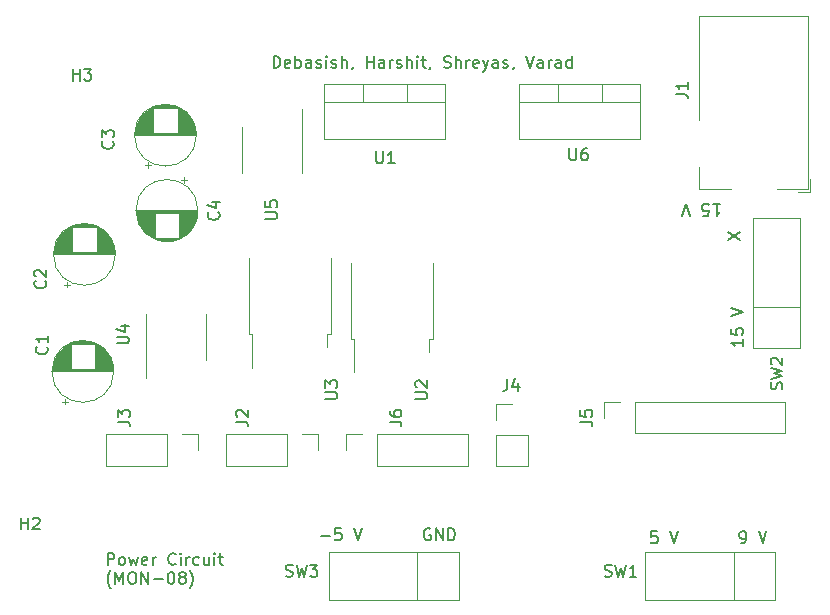
<source format=gbr>
%TF.GenerationSoftware,KiCad,Pcbnew,7.0.10*%
%TF.CreationDate,2024-04-03T15:56:11+05:30*%
%TF.ProjectId,power converter,706f7765-7220-4636-9f6e-766572746572,rev?*%
%TF.SameCoordinates,Original*%
%TF.FileFunction,Legend,Top*%
%TF.FilePolarity,Positive*%
%FSLAX46Y46*%
G04 Gerber Fmt 4.6, Leading zero omitted, Abs format (unit mm)*
G04 Created by KiCad (PCBNEW 7.0.10) date 2024-04-03 15:56:11*
%MOMM*%
%LPD*%
G01*
G04 APERTURE LIST*
%ADD10C,0.200000*%
%ADD11C,0.120000*%
G04 APERTURE END LIST*
D10*
X187106517Y-77632780D02*
X187677945Y-77632780D01*
X187392231Y-77632780D02*
X187392231Y-78632780D01*
X187392231Y-78632780D02*
X187487469Y-78489923D01*
X187487469Y-78489923D02*
X187582707Y-78394685D01*
X187582707Y-78394685D02*
X187677945Y-78347066D01*
X186201755Y-78632780D02*
X186677945Y-78632780D01*
X186677945Y-78632780D02*
X186725564Y-78156590D01*
X186725564Y-78156590D02*
X186677945Y-78204209D01*
X186677945Y-78204209D02*
X186582707Y-78251828D01*
X186582707Y-78251828D02*
X186344612Y-78251828D01*
X186344612Y-78251828D02*
X186249374Y-78204209D01*
X186249374Y-78204209D02*
X186201755Y-78156590D01*
X186201755Y-78156590D02*
X186154136Y-78061352D01*
X186154136Y-78061352D02*
X186154136Y-77823257D01*
X186154136Y-77823257D02*
X186201755Y-77728019D01*
X186201755Y-77728019D02*
X186249374Y-77680400D01*
X186249374Y-77680400D02*
X186344612Y-77632780D01*
X186344612Y-77632780D02*
X186582707Y-77632780D01*
X186582707Y-77632780D02*
X186677945Y-77680400D01*
X186677945Y-77680400D02*
X186725564Y-77728019D01*
X185106516Y-78632780D02*
X184773183Y-77632780D01*
X184773183Y-77632780D02*
X184439850Y-78632780D01*
X153869673Y-105736266D02*
X154631578Y-105736266D01*
X155583958Y-105117219D02*
X155107768Y-105117219D01*
X155107768Y-105117219D02*
X155060149Y-105593409D01*
X155060149Y-105593409D02*
X155107768Y-105545790D01*
X155107768Y-105545790D02*
X155203006Y-105498171D01*
X155203006Y-105498171D02*
X155441101Y-105498171D01*
X155441101Y-105498171D02*
X155536339Y-105545790D01*
X155536339Y-105545790D02*
X155583958Y-105593409D01*
X155583958Y-105593409D02*
X155631577Y-105688647D01*
X155631577Y-105688647D02*
X155631577Y-105926742D01*
X155631577Y-105926742D02*
X155583958Y-106021980D01*
X155583958Y-106021980D02*
X155536339Y-106069600D01*
X155536339Y-106069600D02*
X155441101Y-106117219D01*
X155441101Y-106117219D02*
X155203006Y-106117219D01*
X155203006Y-106117219D02*
X155107768Y-106069600D01*
X155107768Y-106069600D02*
X155060149Y-106021980D01*
X156679197Y-105117219D02*
X157012530Y-106117219D01*
X157012530Y-106117219D02*
X157345863Y-105117219D01*
X189617219Y-89106517D02*
X189617219Y-89677945D01*
X189617219Y-89392231D02*
X188617219Y-89392231D01*
X188617219Y-89392231D02*
X188760076Y-89487469D01*
X188760076Y-89487469D02*
X188855314Y-89582707D01*
X188855314Y-89582707D02*
X188902933Y-89677945D01*
X188617219Y-88201755D02*
X188617219Y-88677945D01*
X188617219Y-88677945D02*
X189093409Y-88725564D01*
X189093409Y-88725564D02*
X189045790Y-88677945D01*
X189045790Y-88677945D02*
X188998171Y-88582707D01*
X188998171Y-88582707D02*
X188998171Y-88344612D01*
X188998171Y-88344612D02*
X189045790Y-88249374D01*
X189045790Y-88249374D02*
X189093409Y-88201755D01*
X189093409Y-88201755D02*
X189188647Y-88154136D01*
X189188647Y-88154136D02*
X189426742Y-88154136D01*
X189426742Y-88154136D02*
X189521980Y-88201755D01*
X189521980Y-88201755D02*
X189569600Y-88249374D01*
X189569600Y-88249374D02*
X189617219Y-88344612D01*
X189617219Y-88344612D02*
X189617219Y-88582707D01*
X189617219Y-88582707D02*
X189569600Y-88677945D01*
X189569600Y-88677945D02*
X189521980Y-88725564D01*
X188617219Y-87106516D02*
X189617219Y-86773183D01*
X189617219Y-86773183D02*
X188617219Y-86439850D01*
X182345863Y-105367219D02*
X181869673Y-105367219D01*
X181869673Y-105367219D02*
X181822054Y-105843409D01*
X181822054Y-105843409D02*
X181869673Y-105795790D01*
X181869673Y-105795790D02*
X181964911Y-105748171D01*
X181964911Y-105748171D02*
X182203006Y-105748171D01*
X182203006Y-105748171D02*
X182298244Y-105795790D01*
X182298244Y-105795790D02*
X182345863Y-105843409D01*
X182345863Y-105843409D02*
X182393482Y-105938647D01*
X182393482Y-105938647D02*
X182393482Y-106176742D01*
X182393482Y-106176742D02*
X182345863Y-106271980D01*
X182345863Y-106271980D02*
X182298244Y-106319600D01*
X182298244Y-106319600D02*
X182203006Y-106367219D01*
X182203006Y-106367219D02*
X181964911Y-106367219D01*
X181964911Y-106367219D02*
X181869673Y-106319600D01*
X181869673Y-106319600D02*
X181822054Y-106271980D01*
X183441102Y-105367219D02*
X183774435Y-106367219D01*
X183774435Y-106367219D02*
X184107768Y-105367219D01*
X189417292Y-106367219D02*
X189607768Y-106367219D01*
X189607768Y-106367219D02*
X189703006Y-106319600D01*
X189703006Y-106319600D02*
X189750625Y-106271980D01*
X189750625Y-106271980D02*
X189845863Y-106129123D01*
X189845863Y-106129123D02*
X189893482Y-105938647D01*
X189893482Y-105938647D02*
X189893482Y-105557695D01*
X189893482Y-105557695D02*
X189845863Y-105462457D01*
X189845863Y-105462457D02*
X189798244Y-105414838D01*
X189798244Y-105414838D02*
X189703006Y-105367219D01*
X189703006Y-105367219D02*
X189512530Y-105367219D01*
X189512530Y-105367219D02*
X189417292Y-105414838D01*
X189417292Y-105414838D02*
X189369673Y-105462457D01*
X189369673Y-105462457D02*
X189322054Y-105557695D01*
X189322054Y-105557695D02*
X189322054Y-105795790D01*
X189322054Y-105795790D02*
X189369673Y-105891028D01*
X189369673Y-105891028D02*
X189417292Y-105938647D01*
X189417292Y-105938647D02*
X189512530Y-105986266D01*
X189512530Y-105986266D02*
X189703006Y-105986266D01*
X189703006Y-105986266D02*
X189798244Y-105938647D01*
X189798244Y-105938647D02*
X189845863Y-105891028D01*
X189845863Y-105891028D02*
X189893482Y-105795790D01*
X190941102Y-105367219D02*
X191274435Y-106367219D01*
X191274435Y-106367219D02*
X191607768Y-105367219D01*
X188367219Y-80725564D02*
X189367219Y-80058898D01*
X188367219Y-80058898D02*
X189367219Y-80725564D01*
X135819673Y-108207219D02*
X135819673Y-107207219D01*
X135819673Y-107207219D02*
X136200625Y-107207219D01*
X136200625Y-107207219D02*
X136295863Y-107254838D01*
X136295863Y-107254838D02*
X136343482Y-107302457D01*
X136343482Y-107302457D02*
X136391101Y-107397695D01*
X136391101Y-107397695D02*
X136391101Y-107540552D01*
X136391101Y-107540552D02*
X136343482Y-107635790D01*
X136343482Y-107635790D02*
X136295863Y-107683409D01*
X136295863Y-107683409D02*
X136200625Y-107731028D01*
X136200625Y-107731028D02*
X135819673Y-107731028D01*
X136962530Y-108207219D02*
X136867292Y-108159600D01*
X136867292Y-108159600D02*
X136819673Y-108111980D01*
X136819673Y-108111980D02*
X136772054Y-108016742D01*
X136772054Y-108016742D02*
X136772054Y-107731028D01*
X136772054Y-107731028D02*
X136819673Y-107635790D01*
X136819673Y-107635790D02*
X136867292Y-107588171D01*
X136867292Y-107588171D02*
X136962530Y-107540552D01*
X136962530Y-107540552D02*
X137105387Y-107540552D01*
X137105387Y-107540552D02*
X137200625Y-107588171D01*
X137200625Y-107588171D02*
X137248244Y-107635790D01*
X137248244Y-107635790D02*
X137295863Y-107731028D01*
X137295863Y-107731028D02*
X137295863Y-108016742D01*
X137295863Y-108016742D02*
X137248244Y-108111980D01*
X137248244Y-108111980D02*
X137200625Y-108159600D01*
X137200625Y-108159600D02*
X137105387Y-108207219D01*
X137105387Y-108207219D02*
X136962530Y-108207219D01*
X137629197Y-107540552D02*
X137819673Y-108207219D01*
X137819673Y-108207219D02*
X138010149Y-107731028D01*
X138010149Y-107731028D02*
X138200625Y-108207219D01*
X138200625Y-108207219D02*
X138391101Y-107540552D01*
X139153006Y-108159600D02*
X139057768Y-108207219D01*
X139057768Y-108207219D02*
X138867292Y-108207219D01*
X138867292Y-108207219D02*
X138772054Y-108159600D01*
X138772054Y-108159600D02*
X138724435Y-108064361D01*
X138724435Y-108064361D02*
X138724435Y-107683409D01*
X138724435Y-107683409D02*
X138772054Y-107588171D01*
X138772054Y-107588171D02*
X138867292Y-107540552D01*
X138867292Y-107540552D02*
X139057768Y-107540552D01*
X139057768Y-107540552D02*
X139153006Y-107588171D01*
X139153006Y-107588171D02*
X139200625Y-107683409D01*
X139200625Y-107683409D02*
X139200625Y-107778647D01*
X139200625Y-107778647D02*
X138724435Y-107873885D01*
X139629197Y-108207219D02*
X139629197Y-107540552D01*
X139629197Y-107731028D02*
X139676816Y-107635790D01*
X139676816Y-107635790D02*
X139724435Y-107588171D01*
X139724435Y-107588171D02*
X139819673Y-107540552D01*
X139819673Y-107540552D02*
X139914911Y-107540552D01*
X141581578Y-108111980D02*
X141533959Y-108159600D01*
X141533959Y-108159600D02*
X141391102Y-108207219D01*
X141391102Y-108207219D02*
X141295864Y-108207219D01*
X141295864Y-108207219D02*
X141153007Y-108159600D01*
X141153007Y-108159600D02*
X141057769Y-108064361D01*
X141057769Y-108064361D02*
X141010150Y-107969123D01*
X141010150Y-107969123D02*
X140962531Y-107778647D01*
X140962531Y-107778647D02*
X140962531Y-107635790D01*
X140962531Y-107635790D02*
X141010150Y-107445314D01*
X141010150Y-107445314D02*
X141057769Y-107350076D01*
X141057769Y-107350076D02*
X141153007Y-107254838D01*
X141153007Y-107254838D02*
X141295864Y-107207219D01*
X141295864Y-107207219D02*
X141391102Y-107207219D01*
X141391102Y-107207219D02*
X141533959Y-107254838D01*
X141533959Y-107254838D02*
X141581578Y-107302457D01*
X142010150Y-108207219D02*
X142010150Y-107540552D01*
X142010150Y-107207219D02*
X141962531Y-107254838D01*
X141962531Y-107254838D02*
X142010150Y-107302457D01*
X142010150Y-107302457D02*
X142057769Y-107254838D01*
X142057769Y-107254838D02*
X142010150Y-107207219D01*
X142010150Y-107207219D02*
X142010150Y-107302457D01*
X142486340Y-108207219D02*
X142486340Y-107540552D01*
X142486340Y-107731028D02*
X142533959Y-107635790D01*
X142533959Y-107635790D02*
X142581578Y-107588171D01*
X142581578Y-107588171D02*
X142676816Y-107540552D01*
X142676816Y-107540552D02*
X142772054Y-107540552D01*
X143533959Y-108159600D02*
X143438721Y-108207219D01*
X143438721Y-108207219D02*
X143248245Y-108207219D01*
X143248245Y-108207219D02*
X143153007Y-108159600D01*
X143153007Y-108159600D02*
X143105388Y-108111980D01*
X143105388Y-108111980D02*
X143057769Y-108016742D01*
X143057769Y-108016742D02*
X143057769Y-107731028D01*
X143057769Y-107731028D02*
X143105388Y-107635790D01*
X143105388Y-107635790D02*
X143153007Y-107588171D01*
X143153007Y-107588171D02*
X143248245Y-107540552D01*
X143248245Y-107540552D02*
X143438721Y-107540552D01*
X143438721Y-107540552D02*
X143533959Y-107588171D01*
X144391102Y-107540552D02*
X144391102Y-108207219D01*
X143962531Y-107540552D02*
X143962531Y-108064361D01*
X143962531Y-108064361D02*
X144010150Y-108159600D01*
X144010150Y-108159600D02*
X144105388Y-108207219D01*
X144105388Y-108207219D02*
X144248245Y-108207219D01*
X144248245Y-108207219D02*
X144343483Y-108159600D01*
X144343483Y-108159600D02*
X144391102Y-108111980D01*
X144867293Y-108207219D02*
X144867293Y-107540552D01*
X144867293Y-107207219D02*
X144819674Y-107254838D01*
X144819674Y-107254838D02*
X144867293Y-107302457D01*
X144867293Y-107302457D02*
X144914912Y-107254838D01*
X144914912Y-107254838D02*
X144867293Y-107207219D01*
X144867293Y-107207219D02*
X144867293Y-107302457D01*
X145200626Y-107540552D02*
X145581578Y-107540552D01*
X145343483Y-107207219D02*
X145343483Y-108064361D01*
X145343483Y-108064361D02*
X145391102Y-108159600D01*
X145391102Y-108159600D02*
X145486340Y-108207219D01*
X145486340Y-108207219D02*
X145581578Y-108207219D01*
X136105387Y-110198171D02*
X136057768Y-110150552D01*
X136057768Y-110150552D02*
X135962530Y-110007695D01*
X135962530Y-110007695D02*
X135914911Y-109912457D01*
X135914911Y-109912457D02*
X135867292Y-109769600D01*
X135867292Y-109769600D02*
X135819673Y-109531504D01*
X135819673Y-109531504D02*
X135819673Y-109341028D01*
X135819673Y-109341028D02*
X135867292Y-109102933D01*
X135867292Y-109102933D02*
X135914911Y-108960076D01*
X135914911Y-108960076D02*
X135962530Y-108864838D01*
X135962530Y-108864838D02*
X136057768Y-108721980D01*
X136057768Y-108721980D02*
X136105387Y-108674361D01*
X136486340Y-109817219D02*
X136486340Y-108817219D01*
X136486340Y-108817219D02*
X136819673Y-109531504D01*
X136819673Y-109531504D02*
X137153006Y-108817219D01*
X137153006Y-108817219D02*
X137153006Y-109817219D01*
X137819673Y-108817219D02*
X138010149Y-108817219D01*
X138010149Y-108817219D02*
X138105387Y-108864838D01*
X138105387Y-108864838D02*
X138200625Y-108960076D01*
X138200625Y-108960076D02*
X138248244Y-109150552D01*
X138248244Y-109150552D02*
X138248244Y-109483885D01*
X138248244Y-109483885D02*
X138200625Y-109674361D01*
X138200625Y-109674361D02*
X138105387Y-109769600D01*
X138105387Y-109769600D02*
X138010149Y-109817219D01*
X138010149Y-109817219D02*
X137819673Y-109817219D01*
X137819673Y-109817219D02*
X137724435Y-109769600D01*
X137724435Y-109769600D02*
X137629197Y-109674361D01*
X137629197Y-109674361D02*
X137581578Y-109483885D01*
X137581578Y-109483885D02*
X137581578Y-109150552D01*
X137581578Y-109150552D02*
X137629197Y-108960076D01*
X137629197Y-108960076D02*
X137724435Y-108864838D01*
X137724435Y-108864838D02*
X137819673Y-108817219D01*
X138676816Y-109817219D02*
X138676816Y-108817219D01*
X138676816Y-108817219D02*
X139248244Y-109817219D01*
X139248244Y-109817219D02*
X139248244Y-108817219D01*
X139724435Y-109436266D02*
X140486340Y-109436266D01*
X141153006Y-108817219D02*
X141248244Y-108817219D01*
X141248244Y-108817219D02*
X141343482Y-108864838D01*
X141343482Y-108864838D02*
X141391101Y-108912457D01*
X141391101Y-108912457D02*
X141438720Y-109007695D01*
X141438720Y-109007695D02*
X141486339Y-109198171D01*
X141486339Y-109198171D02*
X141486339Y-109436266D01*
X141486339Y-109436266D02*
X141438720Y-109626742D01*
X141438720Y-109626742D02*
X141391101Y-109721980D01*
X141391101Y-109721980D02*
X141343482Y-109769600D01*
X141343482Y-109769600D02*
X141248244Y-109817219D01*
X141248244Y-109817219D02*
X141153006Y-109817219D01*
X141153006Y-109817219D02*
X141057768Y-109769600D01*
X141057768Y-109769600D02*
X141010149Y-109721980D01*
X141010149Y-109721980D02*
X140962530Y-109626742D01*
X140962530Y-109626742D02*
X140914911Y-109436266D01*
X140914911Y-109436266D02*
X140914911Y-109198171D01*
X140914911Y-109198171D02*
X140962530Y-109007695D01*
X140962530Y-109007695D02*
X141010149Y-108912457D01*
X141010149Y-108912457D02*
X141057768Y-108864838D01*
X141057768Y-108864838D02*
X141153006Y-108817219D01*
X142057768Y-109245790D02*
X141962530Y-109198171D01*
X141962530Y-109198171D02*
X141914911Y-109150552D01*
X141914911Y-109150552D02*
X141867292Y-109055314D01*
X141867292Y-109055314D02*
X141867292Y-109007695D01*
X141867292Y-109007695D02*
X141914911Y-108912457D01*
X141914911Y-108912457D02*
X141962530Y-108864838D01*
X141962530Y-108864838D02*
X142057768Y-108817219D01*
X142057768Y-108817219D02*
X142248244Y-108817219D01*
X142248244Y-108817219D02*
X142343482Y-108864838D01*
X142343482Y-108864838D02*
X142391101Y-108912457D01*
X142391101Y-108912457D02*
X142438720Y-109007695D01*
X142438720Y-109007695D02*
X142438720Y-109055314D01*
X142438720Y-109055314D02*
X142391101Y-109150552D01*
X142391101Y-109150552D02*
X142343482Y-109198171D01*
X142343482Y-109198171D02*
X142248244Y-109245790D01*
X142248244Y-109245790D02*
X142057768Y-109245790D01*
X142057768Y-109245790D02*
X141962530Y-109293409D01*
X141962530Y-109293409D02*
X141914911Y-109341028D01*
X141914911Y-109341028D02*
X141867292Y-109436266D01*
X141867292Y-109436266D02*
X141867292Y-109626742D01*
X141867292Y-109626742D02*
X141914911Y-109721980D01*
X141914911Y-109721980D02*
X141962530Y-109769600D01*
X141962530Y-109769600D02*
X142057768Y-109817219D01*
X142057768Y-109817219D02*
X142248244Y-109817219D01*
X142248244Y-109817219D02*
X142343482Y-109769600D01*
X142343482Y-109769600D02*
X142391101Y-109721980D01*
X142391101Y-109721980D02*
X142438720Y-109626742D01*
X142438720Y-109626742D02*
X142438720Y-109436266D01*
X142438720Y-109436266D02*
X142391101Y-109341028D01*
X142391101Y-109341028D02*
X142343482Y-109293409D01*
X142343482Y-109293409D02*
X142248244Y-109245790D01*
X142772054Y-110198171D02*
X142819673Y-110150552D01*
X142819673Y-110150552D02*
X142914911Y-110007695D01*
X142914911Y-110007695D02*
X142962530Y-109912457D01*
X142962530Y-109912457D02*
X143010149Y-109769600D01*
X143010149Y-109769600D02*
X143057768Y-109531504D01*
X143057768Y-109531504D02*
X143057768Y-109341028D01*
X143057768Y-109341028D02*
X143010149Y-109102933D01*
X143010149Y-109102933D02*
X142962530Y-108960076D01*
X142962530Y-108960076D02*
X142914911Y-108864838D01*
X142914911Y-108864838D02*
X142819673Y-108721980D01*
X142819673Y-108721980D02*
X142772054Y-108674361D01*
X163143482Y-105164838D02*
X163048244Y-105117219D01*
X163048244Y-105117219D02*
X162905387Y-105117219D01*
X162905387Y-105117219D02*
X162762530Y-105164838D01*
X162762530Y-105164838D02*
X162667292Y-105260076D01*
X162667292Y-105260076D02*
X162619673Y-105355314D01*
X162619673Y-105355314D02*
X162572054Y-105545790D01*
X162572054Y-105545790D02*
X162572054Y-105688647D01*
X162572054Y-105688647D02*
X162619673Y-105879123D01*
X162619673Y-105879123D02*
X162667292Y-105974361D01*
X162667292Y-105974361D02*
X162762530Y-106069600D01*
X162762530Y-106069600D02*
X162905387Y-106117219D01*
X162905387Y-106117219D02*
X163000625Y-106117219D01*
X163000625Y-106117219D02*
X163143482Y-106069600D01*
X163143482Y-106069600D02*
X163191101Y-106021980D01*
X163191101Y-106021980D02*
X163191101Y-105688647D01*
X163191101Y-105688647D02*
X163000625Y-105688647D01*
X163619673Y-106117219D02*
X163619673Y-105117219D01*
X163619673Y-105117219D02*
X164191101Y-106117219D01*
X164191101Y-106117219D02*
X164191101Y-105117219D01*
X164667292Y-106117219D02*
X164667292Y-105117219D01*
X164667292Y-105117219D02*
X164905387Y-105117219D01*
X164905387Y-105117219D02*
X165048244Y-105164838D01*
X165048244Y-105164838D02*
X165143482Y-105260076D01*
X165143482Y-105260076D02*
X165191101Y-105355314D01*
X165191101Y-105355314D02*
X165238720Y-105545790D01*
X165238720Y-105545790D02*
X165238720Y-105688647D01*
X165238720Y-105688647D02*
X165191101Y-105879123D01*
X165191101Y-105879123D02*
X165143482Y-105974361D01*
X165143482Y-105974361D02*
X165048244Y-106069600D01*
X165048244Y-106069600D02*
X164905387Y-106117219D01*
X164905387Y-106117219D02*
X164667292Y-106117219D01*
X149869673Y-66117219D02*
X149869673Y-65117219D01*
X149869673Y-65117219D02*
X150107768Y-65117219D01*
X150107768Y-65117219D02*
X150250625Y-65164838D01*
X150250625Y-65164838D02*
X150345863Y-65260076D01*
X150345863Y-65260076D02*
X150393482Y-65355314D01*
X150393482Y-65355314D02*
X150441101Y-65545790D01*
X150441101Y-65545790D02*
X150441101Y-65688647D01*
X150441101Y-65688647D02*
X150393482Y-65879123D01*
X150393482Y-65879123D02*
X150345863Y-65974361D01*
X150345863Y-65974361D02*
X150250625Y-66069600D01*
X150250625Y-66069600D02*
X150107768Y-66117219D01*
X150107768Y-66117219D02*
X149869673Y-66117219D01*
X151250625Y-66069600D02*
X151155387Y-66117219D01*
X151155387Y-66117219D02*
X150964911Y-66117219D01*
X150964911Y-66117219D02*
X150869673Y-66069600D01*
X150869673Y-66069600D02*
X150822054Y-65974361D01*
X150822054Y-65974361D02*
X150822054Y-65593409D01*
X150822054Y-65593409D02*
X150869673Y-65498171D01*
X150869673Y-65498171D02*
X150964911Y-65450552D01*
X150964911Y-65450552D02*
X151155387Y-65450552D01*
X151155387Y-65450552D02*
X151250625Y-65498171D01*
X151250625Y-65498171D02*
X151298244Y-65593409D01*
X151298244Y-65593409D02*
X151298244Y-65688647D01*
X151298244Y-65688647D02*
X150822054Y-65783885D01*
X151726816Y-66117219D02*
X151726816Y-65117219D01*
X151726816Y-65498171D02*
X151822054Y-65450552D01*
X151822054Y-65450552D02*
X152012530Y-65450552D01*
X152012530Y-65450552D02*
X152107768Y-65498171D01*
X152107768Y-65498171D02*
X152155387Y-65545790D01*
X152155387Y-65545790D02*
X152203006Y-65641028D01*
X152203006Y-65641028D02*
X152203006Y-65926742D01*
X152203006Y-65926742D02*
X152155387Y-66021980D01*
X152155387Y-66021980D02*
X152107768Y-66069600D01*
X152107768Y-66069600D02*
X152012530Y-66117219D01*
X152012530Y-66117219D02*
X151822054Y-66117219D01*
X151822054Y-66117219D02*
X151726816Y-66069600D01*
X153060149Y-66117219D02*
X153060149Y-65593409D01*
X153060149Y-65593409D02*
X153012530Y-65498171D01*
X153012530Y-65498171D02*
X152917292Y-65450552D01*
X152917292Y-65450552D02*
X152726816Y-65450552D01*
X152726816Y-65450552D02*
X152631578Y-65498171D01*
X153060149Y-66069600D02*
X152964911Y-66117219D01*
X152964911Y-66117219D02*
X152726816Y-66117219D01*
X152726816Y-66117219D02*
X152631578Y-66069600D01*
X152631578Y-66069600D02*
X152583959Y-65974361D01*
X152583959Y-65974361D02*
X152583959Y-65879123D01*
X152583959Y-65879123D02*
X152631578Y-65783885D01*
X152631578Y-65783885D02*
X152726816Y-65736266D01*
X152726816Y-65736266D02*
X152964911Y-65736266D01*
X152964911Y-65736266D02*
X153060149Y-65688647D01*
X153488721Y-66069600D02*
X153583959Y-66117219D01*
X153583959Y-66117219D02*
X153774435Y-66117219D01*
X153774435Y-66117219D02*
X153869673Y-66069600D01*
X153869673Y-66069600D02*
X153917292Y-65974361D01*
X153917292Y-65974361D02*
X153917292Y-65926742D01*
X153917292Y-65926742D02*
X153869673Y-65831504D01*
X153869673Y-65831504D02*
X153774435Y-65783885D01*
X153774435Y-65783885D02*
X153631578Y-65783885D01*
X153631578Y-65783885D02*
X153536340Y-65736266D01*
X153536340Y-65736266D02*
X153488721Y-65641028D01*
X153488721Y-65641028D02*
X153488721Y-65593409D01*
X153488721Y-65593409D02*
X153536340Y-65498171D01*
X153536340Y-65498171D02*
X153631578Y-65450552D01*
X153631578Y-65450552D02*
X153774435Y-65450552D01*
X153774435Y-65450552D02*
X153869673Y-65498171D01*
X154345864Y-66117219D02*
X154345864Y-65450552D01*
X154345864Y-65117219D02*
X154298245Y-65164838D01*
X154298245Y-65164838D02*
X154345864Y-65212457D01*
X154345864Y-65212457D02*
X154393483Y-65164838D01*
X154393483Y-65164838D02*
X154345864Y-65117219D01*
X154345864Y-65117219D02*
X154345864Y-65212457D01*
X154774435Y-66069600D02*
X154869673Y-66117219D01*
X154869673Y-66117219D02*
X155060149Y-66117219D01*
X155060149Y-66117219D02*
X155155387Y-66069600D01*
X155155387Y-66069600D02*
X155203006Y-65974361D01*
X155203006Y-65974361D02*
X155203006Y-65926742D01*
X155203006Y-65926742D02*
X155155387Y-65831504D01*
X155155387Y-65831504D02*
X155060149Y-65783885D01*
X155060149Y-65783885D02*
X154917292Y-65783885D01*
X154917292Y-65783885D02*
X154822054Y-65736266D01*
X154822054Y-65736266D02*
X154774435Y-65641028D01*
X154774435Y-65641028D02*
X154774435Y-65593409D01*
X154774435Y-65593409D02*
X154822054Y-65498171D01*
X154822054Y-65498171D02*
X154917292Y-65450552D01*
X154917292Y-65450552D02*
X155060149Y-65450552D01*
X155060149Y-65450552D02*
X155155387Y-65498171D01*
X155631578Y-66117219D02*
X155631578Y-65117219D01*
X156060149Y-66117219D02*
X156060149Y-65593409D01*
X156060149Y-65593409D02*
X156012530Y-65498171D01*
X156012530Y-65498171D02*
X155917292Y-65450552D01*
X155917292Y-65450552D02*
X155774435Y-65450552D01*
X155774435Y-65450552D02*
X155679197Y-65498171D01*
X155679197Y-65498171D02*
X155631578Y-65545790D01*
X156583959Y-66069600D02*
X156583959Y-66117219D01*
X156583959Y-66117219D02*
X156536340Y-66212457D01*
X156536340Y-66212457D02*
X156488721Y-66260076D01*
X157774435Y-66117219D02*
X157774435Y-65117219D01*
X157774435Y-65593409D02*
X158345863Y-65593409D01*
X158345863Y-66117219D02*
X158345863Y-65117219D01*
X159250625Y-66117219D02*
X159250625Y-65593409D01*
X159250625Y-65593409D02*
X159203006Y-65498171D01*
X159203006Y-65498171D02*
X159107768Y-65450552D01*
X159107768Y-65450552D02*
X158917292Y-65450552D01*
X158917292Y-65450552D02*
X158822054Y-65498171D01*
X159250625Y-66069600D02*
X159155387Y-66117219D01*
X159155387Y-66117219D02*
X158917292Y-66117219D01*
X158917292Y-66117219D02*
X158822054Y-66069600D01*
X158822054Y-66069600D02*
X158774435Y-65974361D01*
X158774435Y-65974361D02*
X158774435Y-65879123D01*
X158774435Y-65879123D02*
X158822054Y-65783885D01*
X158822054Y-65783885D02*
X158917292Y-65736266D01*
X158917292Y-65736266D02*
X159155387Y-65736266D01*
X159155387Y-65736266D02*
X159250625Y-65688647D01*
X159726816Y-66117219D02*
X159726816Y-65450552D01*
X159726816Y-65641028D02*
X159774435Y-65545790D01*
X159774435Y-65545790D02*
X159822054Y-65498171D01*
X159822054Y-65498171D02*
X159917292Y-65450552D01*
X159917292Y-65450552D02*
X160012530Y-65450552D01*
X160298245Y-66069600D02*
X160393483Y-66117219D01*
X160393483Y-66117219D02*
X160583959Y-66117219D01*
X160583959Y-66117219D02*
X160679197Y-66069600D01*
X160679197Y-66069600D02*
X160726816Y-65974361D01*
X160726816Y-65974361D02*
X160726816Y-65926742D01*
X160726816Y-65926742D02*
X160679197Y-65831504D01*
X160679197Y-65831504D02*
X160583959Y-65783885D01*
X160583959Y-65783885D02*
X160441102Y-65783885D01*
X160441102Y-65783885D02*
X160345864Y-65736266D01*
X160345864Y-65736266D02*
X160298245Y-65641028D01*
X160298245Y-65641028D02*
X160298245Y-65593409D01*
X160298245Y-65593409D02*
X160345864Y-65498171D01*
X160345864Y-65498171D02*
X160441102Y-65450552D01*
X160441102Y-65450552D02*
X160583959Y-65450552D01*
X160583959Y-65450552D02*
X160679197Y-65498171D01*
X161155388Y-66117219D02*
X161155388Y-65117219D01*
X161583959Y-66117219D02*
X161583959Y-65593409D01*
X161583959Y-65593409D02*
X161536340Y-65498171D01*
X161536340Y-65498171D02*
X161441102Y-65450552D01*
X161441102Y-65450552D02*
X161298245Y-65450552D01*
X161298245Y-65450552D02*
X161203007Y-65498171D01*
X161203007Y-65498171D02*
X161155388Y-65545790D01*
X162060150Y-66117219D02*
X162060150Y-65450552D01*
X162060150Y-65117219D02*
X162012531Y-65164838D01*
X162012531Y-65164838D02*
X162060150Y-65212457D01*
X162060150Y-65212457D02*
X162107769Y-65164838D01*
X162107769Y-65164838D02*
X162060150Y-65117219D01*
X162060150Y-65117219D02*
X162060150Y-65212457D01*
X162393483Y-65450552D02*
X162774435Y-65450552D01*
X162536340Y-65117219D02*
X162536340Y-65974361D01*
X162536340Y-65974361D02*
X162583959Y-66069600D01*
X162583959Y-66069600D02*
X162679197Y-66117219D01*
X162679197Y-66117219D02*
X162774435Y-66117219D01*
X163155388Y-66069600D02*
X163155388Y-66117219D01*
X163155388Y-66117219D02*
X163107769Y-66212457D01*
X163107769Y-66212457D02*
X163060150Y-66260076D01*
X164298245Y-66069600D02*
X164441102Y-66117219D01*
X164441102Y-66117219D02*
X164679197Y-66117219D01*
X164679197Y-66117219D02*
X164774435Y-66069600D01*
X164774435Y-66069600D02*
X164822054Y-66021980D01*
X164822054Y-66021980D02*
X164869673Y-65926742D01*
X164869673Y-65926742D02*
X164869673Y-65831504D01*
X164869673Y-65831504D02*
X164822054Y-65736266D01*
X164822054Y-65736266D02*
X164774435Y-65688647D01*
X164774435Y-65688647D02*
X164679197Y-65641028D01*
X164679197Y-65641028D02*
X164488721Y-65593409D01*
X164488721Y-65593409D02*
X164393483Y-65545790D01*
X164393483Y-65545790D02*
X164345864Y-65498171D01*
X164345864Y-65498171D02*
X164298245Y-65402933D01*
X164298245Y-65402933D02*
X164298245Y-65307695D01*
X164298245Y-65307695D02*
X164345864Y-65212457D01*
X164345864Y-65212457D02*
X164393483Y-65164838D01*
X164393483Y-65164838D02*
X164488721Y-65117219D01*
X164488721Y-65117219D02*
X164726816Y-65117219D01*
X164726816Y-65117219D02*
X164869673Y-65164838D01*
X165298245Y-66117219D02*
X165298245Y-65117219D01*
X165726816Y-66117219D02*
X165726816Y-65593409D01*
X165726816Y-65593409D02*
X165679197Y-65498171D01*
X165679197Y-65498171D02*
X165583959Y-65450552D01*
X165583959Y-65450552D02*
X165441102Y-65450552D01*
X165441102Y-65450552D02*
X165345864Y-65498171D01*
X165345864Y-65498171D02*
X165298245Y-65545790D01*
X166203007Y-66117219D02*
X166203007Y-65450552D01*
X166203007Y-65641028D02*
X166250626Y-65545790D01*
X166250626Y-65545790D02*
X166298245Y-65498171D01*
X166298245Y-65498171D02*
X166393483Y-65450552D01*
X166393483Y-65450552D02*
X166488721Y-65450552D01*
X167203007Y-66069600D02*
X167107769Y-66117219D01*
X167107769Y-66117219D02*
X166917293Y-66117219D01*
X166917293Y-66117219D02*
X166822055Y-66069600D01*
X166822055Y-66069600D02*
X166774436Y-65974361D01*
X166774436Y-65974361D02*
X166774436Y-65593409D01*
X166774436Y-65593409D02*
X166822055Y-65498171D01*
X166822055Y-65498171D02*
X166917293Y-65450552D01*
X166917293Y-65450552D02*
X167107769Y-65450552D01*
X167107769Y-65450552D02*
X167203007Y-65498171D01*
X167203007Y-65498171D02*
X167250626Y-65593409D01*
X167250626Y-65593409D02*
X167250626Y-65688647D01*
X167250626Y-65688647D02*
X166774436Y-65783885D01*
X167583960Y-65450552D02*
X167822055Y-66117219D01*
X168060150Y-65450552D02*
X167822055Y-66117219D01*
X167822055Y-66117219D02*
X167726817Y-66355314D01*
X167726817Y-66355314D02*
X167679198Y-66402933D01*
X167679198Y-66402933D02*
X167583960Y-66450552D01*
X168869674Y-66117219D02*
X168869674Y-65593409D01*
X168869674Y-65593409D02*
X168822055Y-65498171D01*
X168822055Y-65498171D02*
X168726817Y-65450552D01*
X168726817Y-65450552D02*
X168536341Y-65450552D01*
X168536341Y-65450552D02*
X168441103Y-65498171D01*
X168869674Y-66069600D02*
X168774436Y-66117219D01*
X168774436Y-66117219D02*
X168536341Y-66117219D01*
X168536341Y-66117219D02*
X168441103Y-66069600D01*
X168441103Y-66069600D02*
X168393484Y-65974361D01*
X168393484Y-65974361D02*
X168393484Y-65879123D01*
X168393484Y-65879123D02*
X168441103Y-65783885D01*
X168441103Y-65783885D02*
X168536341Y-65736266D01*
X168536341Y-65736266D02*
X168774436Y-65736266D01*
X168774436Y-65736266D02*
X168869674Y-65688647D01*
X169298246Y-66069600D02*
X169393484Y-66117219D01*
X169393484Y-66117219D02*
X169583960Y-66117219D01*
X169583960Y-66117219D02*
X169679198Y-66069600D01*
X169679198Y-66069600D02*
X169726817Y-65974361D01*
X169726817Y-65974361D02*
X169726817Y-65926742D01*
X169726817Y-65926742D02*
X169679198Y-65831504D01*
X169679198Y-65831504D02*
X169583960Y-65783885D01*
X169583960Y-65783885D02*
X169441103Y-65783885D01*
X169441103Y-65783885D02*
X169345865Y-65736266D01*
X169345865Y-65736266D02*
X169298246Y-65641028D01*
X169298246Y-65641028D02*
X169298246Y-65593409D01*
X169298246Y-65593409D02*
X169345865Y-65498171D01*
X169345865Y-65498171D02*
X169441103Y-65450552D01*
X169441103Y-65450552D02*
X169583960Y-65450552D01*
X169583960Y-65450552D02*
X169679198Y-65498171D01*
X170203008Y-66069600D02*
X170203008Y-66117219D01*
X170203008Y-66117219D02*
X170155389Y-66212457D01*
X170155389Y-66212457D02*
X170107770Y-66260076D01*
X171250627Y-65117219D02*
X171583960Y-66117219D01*
X171583960Y-66117219D02*
X171917293Y-65117219D01*
X172679198Y-66117219D02*
X172679198Y-65593409D01*
X172679198Y-65593409D02*
X172631579Y-65498171D01*
X172631579Y-65498171D02*
X172536341Y-65450552D01*
X172536341Y-65450552D02*
X172345865Y-65450552D01*
X172345865Y-65450552D02*
X172250627Y-65498171D01*
X172679198Y-66069600D02*
X172583960Y-66117219D01*
X172583960Y-66117219D02*
X172345865Y-66117219D01*
X172345865Y-66117219D02*
X172250627Y-66069600D01*
X172250627Y-66069600D02*
X172203008Y-65974361D01*
X172203008Y-65974361D02*
X172203008Y-65879123D01*
X172203008Y-65879123D02*
X172250627Y-65783885D01*
X172250627Y-65783885D02*
X172345865Y-65736266D01*
X172345865Y-65736266D02*
X172583960Y-65736266D01*
X172583960Y-65736266D02*
X172679198Y-65688647D01*
X173155389Y-66117219D02*
X173155389Y-65450552D01*
X173155389Y-65641028D02*
X173203008Y-65545790D01*
X173203008Y-65545790D02*
X173250627Y-65498171D01*
X173250627Y-65498171D02*
X173345865Y-65450552D01*
X173345865Y-65450552D02*
X173441103Y-65450552D01*
X174203008Y-66117219D02*
X174203008Y-65593409D01*
X174203008Y-65593409D02*
X174155389Y-65498171D01*
X174155389Y-65498171D02*
X174060151Y-65450552D01*
X174060151Y-65450552D02*
X173869675Y-65450552D01*
X173869675Y-65450552D02*
X173774437Y-65498171D01*
X174203008Y-66069600D02*
X174107770Y-66117219D01*
X174107770Y-66117219D02*
X173869675Y-66117219D01*
X173869675Y-66117219D02*
X173774437Y-66069600D01*
X173774437Y-66069600D02*
X173726818Y-65974361D01*
X173726818Y-65974361D02*
X173726818Y-65879123D01*
X173726818Y-65879123D02*
X173774437Y-65783885D01*
X173774437Y-65783885D02*
X173869675Y-65736266D01*
X173869675Y-65736266D02*
X174107770Y-65736266D01*
X174107770Y-65736266D02*
X174203008Y-65688647D01*
X175107770Y-66117219D02*
X175107770Y-65117219D01*
X175107770Y-66069600D02*
X175012532Y-66117219D01*
X175012532Y-66117219D02*
X174822056Y-66117219D01*
X174822056Y-66117219D02*
X174726818Y-66069600D01*
X174726818Y-66069600D02*
X174679199Y-66021980D01*
X174679199Y-66021980D02*
X174631580Y-65926742D01*
X174631580Y-65926742D02*
X174631580Y-65641028D01*
X174631580Y-65641028D02*
X174679199Y-65545790D01*
X174679199Y-65545790D02*
X174726818Y-65498171D01*
X174726818Y-65498171D02*
X174822056Y-65450552D01*
X174822056Y-65450552D02*
X175012532Y-65450552D01*
X175012532Y-65450552D02*
X175107770Y-65498171D01*
X169666666Y-92452219D02*
X169666666Y-93166504D01*
X169666666Y-93166504D02*
X169619047Y-93309361D01*
X169619047Y-93309361D02*
X169523809Y-93404600D01*
X169523809Y-93404600D02*
X169380952Y-93452219D01*
X169380952Y-93452219D02*
X169285714Y-93452219D01*
X170571428Y-92785552D02*
X170571428Y-93452219D01*
X170333333Y-92404600D02*
X170095238Y-93118885D01*
X170095238Y-93118885D02*
X170714285Y-93118885D01*
X136243980Y-72347666D02*
X136291600Y-72395285D01*
X136291600Y-72395285D02*
X136339219Y-72538142D01*
X136339219Y-72538142D02*
X136339219Y-72633380D01*
X136339219Y-72633380D02*
X136291600Y-72776237D01*
X136291600Y-72776237D02*
X136196361Y-72871475D01*
X136196361Y-72871475D02*
X136101123Y-72919094D01*
X136101123Y-72919094D02*
X135910647Y-72966713D01*
X135910647Y-72966713D02*
X135767790Y-72966713D01*
X135767790Y-72966713D02*
X135577314Y-72919094D01*
X135577314Y-72919094D02*
X135482076Y-72871475D01*
X135482076Y-72871475D02*
X135386838Y-72776237D01*
X135386838Y-72776237D02*
X135339219Y-72633380D01*
X135339219Y-72633380D02*
X135339219Y-72538142D01*
X135339219Y-72538142D02*
X135386838Y-72395285D01*
X135386838Y-72395285D02*
X135434457Y-72347666D01*
X135339219Y-72014332D02*
X135339219Y-71395285D01*
X135339219Y-71395285D02*
X135720171Y-71728618D01*
X135720171Y-71728618D02*
X135720171Y-71585761D01*
X135720171Y-71585761D02*
X135767790Y-71490523D01*
X135767790Y-71490523D02*
X135815409Y-71442904D01*
X135815409Y-71442904D02*
X135910647Y-71395285D01*
X135910647Y-71395285D02*
X136148742Y-71395285D01*
X136148742Y-71395285D02*
X136243980Y-71442904D01*
X136243980Y-71442904D02*
X136291600Y-71490523D01*
X136291600Y-71490523D02*
X136339219Y-71585761D01*
X136339219Y-71585761D02*
X136339219Y-71871475D01*
X136339219Y-71871475D02*
X136291600Y-71966713D01*
X136291600Y-71966713D02*
X136243980Y-72014332D01*
X174928095Y-72952219D02*
X174928095Y-73761742D01*
X174928095Y-73761742D02*
X174975714Y-73856980D01*
X174975714Y-73856980D02*
X175023333Y-73904600D01*
X175023333Y-73904600D02*
X175118571Y-73952219D01*
X175118571Y-73952219D02*
X175309047Y-73952219D01*
X175309047Y-73952219D02*
X175404285Y-73904600D01*
X175404285Y-73904600D02*
X175451904Y-73856980D01*
X175451904Y-73856980D02*
X175499523Y-73761742D01*
X175499523Y-73761742D02*
X175499523Y-72952219D01*
X176404285Y-72952219D02*
X176213809Y-72952219D01*
X176213809Y-72952219D02*
X176118571Y-72999838D01*
X176118571Y-72999838D02*
X176070952Y-73047457D01*
X176070952Y-73047457D02*
X175975714Y-73190314D01*
X175975714Y-73190314D02*
X175928095Y-73380790D01*
X175928095Y-73380790D02*
X175928095Y-73761742D01*
X175928095Y-73761742D02*
X175975714Y-73856980D01*
X175975714Y-73856980D02*
X176023333Y-73904600D01*
X176023333Y-73904600D02*
X176118571Y-73952219D01*
X176118571Y-73952219D02*
X176309047Y-73952219D01*
X176309047Y-73952219D02*
X176404285Y-73904600D01*
X176404285Y-73904600D02*
X176451904Y-73856980D01*
X176451904Y-73856980D02*
X176499523Y-73761742D01*
X176499523Y-73761742D02*
X176499523Y-73523647D01*
X176499523Y-73523647D02*
X176451904Y-73428409D01*
X176451904Y-73428409D02*
X176404285Y-73380790D01*
X176404285Y-73380790D02*
X176309047Y-73333171D01*
X176309047Y-73333171D02*
X176118571Y-73333171D01*
X176118571Y-73333171D02*
X176023333Y-73380790D01*
X176023333Y-73380790D02*
X175975714Y-73428409D01*
X175975714Y-73428409D02*
X175928095Y-73523647D01*
X136702219Y-96083333D02*
X137416504Y-96083333D01*
X137416504Y-96083333D02*
X137559361Y-96130952D01*
X137559361Y-96130952D02*
X137654600Y-96226190D01*
X137654600Y-96226190D02*
X137702219Y-96369047D01*
X137702219Y-96369047D02*
X137702219Y-96464285D01*
X136702219Y-95702380D02*
X136702219Y-95083333D01*
X136702219Y-95083333D02*
X137083171Y-95416666D01*
X137083171Y-95416666D02*
X137083171Y-95273809D01*
X137083171Y-95273809D02*
X137130790Y-95178571D01*
X137130790Y-95178571D02*
X137178409Y-95130952D01*
X137178409Y-95130952D02*
X137273647Y-95083333D01*
X137273647Y-95083333D02*
X137511742Y-95083333D01*
X137511742Y-95083333D02*
X137606980Y-95130952D01*
X137606980Y-95130952D02*
X137654600Y-95178571D01*
X137654600Y-95178571D02*
X137702219Y-95273809D01*
X137702219Y-95273809D02*
X137702219Y-95559523D01*
X137702219Y-95559523D02*
X137654600Y-95654761D01*
X137654600Y-95654761D02*
X137606980Y-95702380D01*
X177916667Y-109154600D02*
X178059524Y-109202219D01*
X178059524Y-109202219D02*
X178297619Y-109202219D01*
X178297619Y-109202219D02*
X178392857Y-109154600D01*
X178392857Y-109154600D02*
X178440476Y-109106980D01*
X178440476Y-109106980D02*
X178488095Y-109011742D01*
X178488095Y-109011742D02*
X178488095Y-108916504D01*
X178488095Y-108916504D02*
X178440476Y-108821266D01*
X178440476Y-108821266D02*
X178392857Y-108773647D01*
X178392857Y-108773647D02*
X178297619Y-108726028D01*
X178297619Y-108726028D02*
X178107143Y-108678409D01*
X178107143Y-108678409D02*
X178011905Y-108630790D01*
X178011905Y-108630790D02*
X177964286Y-108583171D01*
X177964286Y-108583171D02*
X177916667Y-108487933D01*
X177916667Y-108487933D02*
X177916667Y-108392695D01*
X177916667Y-108392695D02*
X177964286Y-108297457D01*
X177964286Y-108297457D02*
X178011905Y-108249838D01*
X178011905Y-108249838D02*
X178107143Y-108202219D01*
X178107143Y-108202219D02*
X178345238Y-108202219D01*
X178345238Y-108202219D02*
X178488095Y-108249838D01*
X178821429Y-108202219D02*
X179059524Y-109202219D01*
X179059524Y-109202219D02*
X179250000Y-108487933D01*
X179250000Y-108487933D02*
X179440476Y-109202219D01*
X179440476Y-109202219D02*
X179678572Y-108202219D01*
X180583333Y-109202219D02*
X180011905Y-109202219D01*
X180297619Y-109202219D02*
X180297619Y-108202219D01*
X180297619Y-108202219D02*
X180202381Y-108345076D01*
X180202381Y-108345076D02*
X180107143Y-108440314D01*
X180107143Y-108440314D02*
X180011905Y-108487933D01*
X149182219Y-78911904D02*
X149991742Y-78911904D01*
X149991742Y-78911904D02*
X150086980Y-78864285D01*
X150086980Y-78864285D02*
X150134600Y-78816666D01*
X150134600Y-78816666D02*
X150182219Y-78721428D01*
X150182219Y-78721428D02*
X150182219Y-78530952D01*
X150182219Y-78530952D02*
X150134600Y-78435714D01*
X150134600Y-78435714D02*
X150086980Y-78388095D01*
X150086980Y-78388095D02*
X149991742Y-78340476D01*
X149991742Y-78340476D02*
X149182219Y-78340476D01*
X149182219Y-77388095D02*
X149182219Y-77864285D01*
X149182219Y-77864285D02*
X149658409Y-77911904D01*
X149658409Y-77911904D02*
X149610790Y-77864285D01*
X149610790Y-77864285D02*
X149563171Y-77769047D01*
X149563171Y-77769047D02*
X149563171Y-77530952D01*
X149563171Y-77530952D02*
X149610790Y-77435714D01*
X149610790Y-77435714D02*
X149658409Y-77388095D01*
X149658409Y-77388095D02*
X149753647Y-77340476D01*
X149753647Y-77340476D02*
X149991742Y-77340476D01*
X149991742Y-77340476D02*
X150086980Y-77388095D01*
X150086980Y-77388095D02*
X150134600Y-77435714D01*
X150134600Y-77435714D02*
X150182219Y-77530952D01*
X150182219Y-77530952D02*
X150182219Y-77769047D01*
X150182219Y-77769047D02*
X150134600Y-77864285D01*
X150134600Y-77864285D02*
X150086980Y-77911904D01*
X132888095Y-67202219D02*
X132888095Y-66202219D01*
X132888095Y-66678409D02*
X133459523Y-66678409D01*
X133459523Y-67202219D02*
X133459523Y-66202219D01*
X133840476Y-66202219D02*
X134459523Y-66202219D01*
X134459523Y-66202219D02*
X134126190Y-66583171D01*
X134126190Y-66583171D02*
X134269047Y-66583171D01*
X134269047Y-66583171D02*
X134364285Y-66630790D01*
X134364285Y-66630790D02*
X134411904Y-66678409D01*
X134411904Y-66678409D02*
X134459523Y-66773647D01*
X134459523Y-66773647D02*
X134459523Y-67011742D01*
X134459523Y-67011742D02*
X134411904Y-67106980D01*
X134411904Y-67106980D02*
X134364285Y-67154600D01*
X134364285Y-67154600D02*
X134269047Y-67202219D01*
X134269047Y-67202219D02*
X133983333Y-67202219D01*
X133983333Y-67202219D02*
X133888095Y-67154600D01*
X133888095Y-67154600D02*
X133840476Y-67106980D01*
X130528980Y-84158666D02*
X130576600Y-84206285D01*
X130576600Y-84206285D02*
X130624219Y-84349142D01*
X130624219Y-84349142D02*
X130624219Y-84444380D01*
X130624219Y-84444380D02*
X130576600Y-84587237D01*
X130576600Y-84587237D02*
X130481361Y-84682475D01*
X130481361Y-84682475D02*
X130386123Y-84730094D01*
X130386123Y-84730094D02*
X130195647Y-84777713D01*
X130195647Y-84777713D02*
X130052790Y-84777713D01*
X130052790Y-84777713D02*
X129862314Y-84730094D01*
X129862314Y-84730094D02*
X129767076Y-84682475D01*
X129767076Y-84682475D02*
X129671838Y-84587237D01*
X129671838Y-84587237D02*
X129624219Y-84444380D01*
X129624219Y-84444380D02*
X129624219Y-84349142D01*
X129624219Y-84349142D02*
X129671838Y-84206285D01*
X129671838Y-84206285D02*
X129719457Y-84158666D01*
X129719457Y-83777713D02*
X129671838Y-83730094D01*
X129671838Y-83730094D02*
X129624219Y-83634856D01*
X129624219Y-83634856D02*
X129624219Y-83396761D01*
X129624219Y-83396761D02*
X129671838Y-83301523D01*
X129671838Y-83301523D02*
X129719457Y-83253904D01*
X129719457Y-83253904D02*
X129814695Y-83206285D01*
X129814695Y-83206285D02*
X129909933Y-83206285D01*
X129909933Y-83206285D02*
X130052790Y-83253904D01*
X130052790Y-83253904D02*
X130624219Y-83825332D01*
X130624219Y-83825332D02*
X130624219Y-83206285D01*
X159702219Y-96083333D02*
X160416504Y-96083333D01*
X160416504Y-96083333D02*
X160559361Y-96130952D01*
X160559361Y-96130952D02*
X160654600Y-96226190D01*
X160654600Y-96226190D02*
X160702219Y-96369047D01*
X160702219Y-96369047D02*
X160702219Y-96464285D01*
X159702219Y-95178571D02*
X159702219Y-95369047D01*
X159702219Y-95369047D02*
X159749838Y-95464285D01*
X159749838Y-95464285D02*
X159797457Y-95511904D01*
X159797457Y-95511904D02*
X159940314Y-95607142D01*
X159940314Y-95607142D02*
X160130790Y-95654761D01*
X160130790Y-95654761D02*
X160511742Y-95654761D01*
X160511742Y-95654761D02*
X160606980Y-95607142D01*
X160606980Y-95607142D02*
X160654600Y-95559523D01*
X160654600Y-95559523D02*
X160702219Y-95464285D01*
X160702219Y-95464285D02*
X160702219Y-95273809D01*
X160702219Y-95273809D02*
X160654600Y-95178571D01*
X160654600Y-95178571D02*
X160606980Y-95130952D01*
X160606980Y-95130952D02*
X160511742Y-95083333D01*
X160511742Y-95083333D02*
X160273647Y-95083333D01*
X160273647Y-95083333D02*
X160178409Y-95130952D01*
X160178409Y-95130952D02*
X160130790Y-95178571D01*
X160130790Y-95178571D02*
X160083171Y-95273809D01*
X160083171Y-95273809D02*
X160083171Y-95464285D01*
X160083171Y-95464285D02*
X160130790Y-95559523D01*
X160130790Y-95559523D02*
X160178409Y-95607142D01*
X160178409Y-95607142D02*
X160273647Y-95654761D01*
X146702219Y-96083333D02*
X147416504Y-96083333D01*
X147416504Y-96083333D02*
X147559361Y-96130952D01*
X147559361Y-96130952D02*
X147654600Y-96226190D01*
X147654600Y-96226190D02*
X147702219Y-96369047D01*
X147702219Y-96369047D02*
X147702219Y-96464285D01*
X146797457Y-95654761D02*
X146749838Y-95607142D01*
X146749838Y-95607142D02*
X146702219Y-95511904D01*
X146702219Y-95511904D02*
X146702219Y-95273809D01*
X146702219Y-95273809D02*
X146749838Y-95178571D01*
X146749838Y-95178571D02*
X146797457Y-95130952D01*
X146797457Y-95130952D02*
X146892695Y-95083333D01*
X146892695Y-95083333D02*
X146987933Y-95083333D01*
X146987933Y-95083333D02*
X147130790Y-95130952D01*
X147130790Y-95130952D02*
X147702219Y-95702380D01*
X147702219Y-95702380D02*
X147702219Y-95083333D01*
X154262219Y-94151904D02*
X155071742Y-94151904D01*
X155071742Y-94151904D02*
X155166980Y-94104285D01*
X155166980Y-94104285D02*
X155214600Y-94056666D01*
X155214600Y-94056666D02*
X155262219Y-93961428D01*
X155262219Y-93961428D02*
X155262219Y-93770952D01*
X155262219Y-93770952D02*
X155214600Y-93675714D01*
X155214600Y-93675714D02*
X155166980Y-93628095D01*
X155166980Y-93628095D02*
X155071742Y-93580476D01*
X155071742Y-93580476D02*
X154262219Y-93580476D01*
X154262219Y-93199523D02*
X154262219Y-92580476D01*
X154262219Y-92580476D02*
X154643171Y-92913809D01*
X154643171Y-92913809D02*
X154643171Y-92770952D01*
X154643171Y-92770952D02*
X154690790Y-92675714D01*
X154690790Y-92675714D02*
X154738409Y-92628095D01*
X154738409Y-92628095D02*
X154833647Y-92580476D01*
X154833647Y-92580476D02*
X155071742Y-92580476D01*
X155071742Y-92580476D02*
X155166980Y-92628095D01*
X155166980Y-92628095D02*
X155214600Y-92675714D01*
X155214600Y-92675714D02*
X155262219Y-92770952D01*
X155262219Y-92770952D02*
X155262219Y-93056666D01*
X155262219Y-93056666D02*
X155214600Y-93151904D01*
X155214600Y-93151904D02*
X155166980Y-93199523D01*
X192904600Y-93333332D02*
X192952219Y-93190475D01*
X192952219Y-93190475D02*
X192952219Y-92952380D01*
X192952219Y-92952380D02*
X192904600Y-92857142D01*
X192904600Y-92857142D02*
X192856980Y-92809523D01*
X192856980Y-92809523D02*
X192761742Y-92761904D01*
X192761742Y-92761904D02*
X192666504Y-92761904D01*
X192666504Y-92761904D02*
X192571266Y-92809523D01*
X192571266Y-92809523D02*
X192523647Y-92857142D01*
X192523647Y-92857142D02*
X192476028Y-92952380D01*
X192476028Y-92952380D02*
X192428409Y-93142856D01*
X192428409Y-93142856D02*
X192380790Y-93238094D01*
X192380790Y-93238094D02*
X192333171Y-93285713D01*
X192333171Y-93285713D02*
X192237933Y-93333332D01*
X192237933Y-93333332D02*
X192142695Y-93333332D01*
X192142695Y-93333332D02*
X192047457Y-93285713D01*
X192047457Y-93285713D02*
X191999838Y-93238094D01*
X191999838Y-93238094D02*
X191952219Y-93142856D01*
X191952219Y-93142856D02*
X191952219Y-92904761D01*
X191952219Y-92904761D02*
X191999838Y-92761904D01*
X191952219Y-92428570D02*
X192952219Y-92190475D01*
X192952219Y-92190475D02*
X192237933Y-91999999D01*
X192237933Y-91999999D02*
X192952219Y-91809523D01*
X192952219Y-91809523D02*
X191952219Y-91571428D01*
X192047457Y-91238094D02*
X191999838Y-91190475D01*
X191999838Y-91190475D02*
X191952219Y-91095237D01*
X191952219Y-91095237D02*
X191952219Y-90857142D01*
X191952219Y-90857142D02*
X191999838Y-90761904D01*
X191999838Y-90761904D02*
X192047457Y-90714285D01*
X192047457Y-90714285D02*
X192142695Y-90666666D01*
X192142695Y-90666666D02*
X192237933Y-90666666D01*
X192237933Y-90666666D02*
X192380790Y-90714285D01*
X192380790Y-90714285D02*
X192952219Y-91285713D01*
X192952219Y-91285713D02*
X192952219Y-90666666D01*
X175852219Y-96083333D02*
X176566504Y-96083333D01*
X176566504Y-96083333D02*
X176709361Y-96130952D01*
X176709361Y-96130952D02*
X176804600Y-96226190D01*
X176804600Y-96226190D02*
X176852219Y-96369047D01*
X176852219Y-96369047D02*
X176852219Y-96464285D01*
X175852219Y-95130952D02*
X175852219Y-95607142D01*
X175852219Y-95607142D02*
X176328409Y-95654761D01*
X176328409Y-95654761D02*
X176280790Y-95607142D01*
X176280790Y-95607142D02*
X176233171Y-95511904D01*
X176233171Y-95511904D02*
X176233171Y-95273809D01*
X176233171Y-95273809D02*
X176280790Y-95178571D01*
X176280790Y-95178571D02*
X176328409Y-95130952D01*
X176328409Y-95130952D02*
X176423647Y-95083333D01*
X176423647Y-95083333D02*
X176661742Y-95083333D01*
X176661742Y-95083333D02*
X176756980Y-95130952D01*
X176756980Y-95130952D02*
X176804600Y-95178571D01*
X176804600Y-95178571D02*
X176852219Y-95273809D01*
X176852219Y-95273809D02*
X176852219Y-95511904D01*
X176852219Y-95511904D02*
X176804600Y-95607142D01*
X176804600Y-95607142D02*
X176756980Y-95654761D01*
X145206980Y-78361554D02*
X145254600Y-78409173D01*
X145254600Y-78409173D02*
X145302219Y-78552030D01*
X145302219Y-78552030D02*
X145302219Y-78647268D01*
X145302219Y-78647268D02*
X145254600Y-78790125D01*
X145254600Y-78790125D02*
X145159361Y-78885363D01*
X145159361Y-78885363D02*
X145064123Y-78932982D01*
X145064123Y-78932982D02*
X144873647Y-78980601D01*
X144873647Y-78980601D02*
X144730790Y-78980601D01*
X144730790Y-78980601D02*
X144540314Y-78932982D01*
X144540314Y-78932982D02*
X144445076Y-78885363D01*
X144445076Y-78885363D02*
X144349838Y-78790125D01*
X144349838Y-78790125D02*
X144302219Y-78647268D01*
X144302219Y-78647268D02*
X144302219Y-78552030D01*
X144302219Y-78552030D02*
X144349838Y-78409173D01*
X144349838Y-78409173D02*
X144397457Y-78361554D01*
X144635552Y-77504411D02*
X145302219Y-77504411D01*
X144254600Y-77742506D02*
X144968885Y-77980601D01*
X144968885Y-77980601D02*
X144968885Y-77361554D01*
X183952219Y-68333333D02*
X184666504Y-68333333D01*
X184666504Y-68333333D02*
X184809361Y-68380952D01*
X184809361Y-68380952D02*
X184904600Y-68476190D01*
X184904600Y-68476190D02*
X184952219Y-68619047D01*
X184952219Y-68619047D02*
X184952219Y-68714285D01*
X184952219Y-67333333D02*
X184952219Y-67904761D01*
X184952219Y-67619047D02*
X183952219Y-67619047D01*
X183952219Y-67619047D02*
X184095076Y-67714285D01*
X184095076Y-67714285D02*
X184190314Y-67809523D01*
X184190314Y-67809523D02*
X184237933Y-67904761D01*
X161882219Y-94151904D02*
X162691742Y-94151904D01*
X162691742Y-94151904D02*
X162786980Y-94104285D01*
X162786980Y-94104285D02*
X162834600Y-94056666D01*
X162834600Y-94056666D02*
X162882219Y-93961428D01*
X162882219Y-93961428D02*
X162882219Y-93770952D01*
X162882219Y-93770952D02*
X162834600Y-93675714D01*
X162834600Y-93675714D02*
X162786980Y-93628095D01*
X162786980Y-93628095D02*
X162691742Y-93580476D01*
X162691742Y-93580476D02*
X161882219Y-93580476D01*
X161977457Y-93151904D02*
X161929838Y-93104285D01*
X161929838Y-93104285D02*
X161882219Y-93009047D01*
X161882219Y-93009047D02*
X161882219Y-92770952D01*
X161882219Y-92770952D02*
X161929838Y-92675714D01*
X161929838Y-92675714D02*
X161977457Y-92628095D01*
X161977457Y-92628095D02*
X162072695Y-92580476D01*
X162072695Y-92580476D02*
X162167933Y-92580476D01*
X162167933Y-92580476D02*
X162310790Y-92628095D01*
X162310790Y-92628095D02*
X162882219Y-93199523D01*
X162882219Y-93199523D02*
X162882219Y-92580476D01*
X158568095Y-73202219D02*
X158568095Y-74011742D01*
X158568095Y-74011742D02*
X158615714Y-74106980D01*
X158615714Y-74106980D02*
X158663333Y-74154600D01*
X158663333Y-74154600D02*
X158758571Y-74202219D01*
X158758571Y-74202219D02*
X158949047Y-74202219D01*
X158949047Y-74202219D02*
X159044285Y-74154600D01*
X159044285Y-74154600D02*
X159091904Y-74106980D01*
X159091904Y-74106980D02*
X159139523Y-74011742D01*
X159139523Y-74011742D02*
X159139523Y-73202219D01*
X160139523Y-74202219D02*
X159568095Y-74202219D01*
X159853809Y-74202219D02*
X159853809Y-73202219D01*
X159853809Y-73202219D02*
X159758571Y-73345076D01*
X159758571Y-73345076D02*
X159663333Y-73440314D01*
X159663333Y-73440314D02*
X159568095Y-73487933D01*
X130655980Y-89746666D02*
X130703600Y-89794285D01*
X130703600Y-89794285D02*
X130751219Y-89937142D01*
X130751219Y-89937142D02*
X130751219Y-90032380D01*
X130751219Y-90032380D02*
X130703600Y-90175237D01*
X130703600Y-90175237D02*
X130608361Y-90270475D01*
X130608361Y-90270475D02*
X130513123Y-90318094D01*
X130513123Y-90318094D02*
X130322647Y-90365713D01*
X130322647Y-90365713D02*
X130179790Y-90365713D01*
X130179790Y-90365713D02*
X129989314Y-90318094D01*
X129989314Y-90318094D02*
X129894076Y-90270475D01*
X129894076Y-90270475D02*
X129798838Y-90175237D01*
X129798838Y-90175237D02*
X129751219Y-90032380D01*
X129751219Y-90032380D02*
X129751219Y-89937142D01*
X129751219Y-89937142D02*
X129798838Y-89794285D01*
X129798838Y-89794285D02*
X129846457Y-89746666D01*
X130751219Y-88794285D02*
X130751219Y-89365713D01*
X130751219Y-89079999D02*
X129751219Y-89079999D01*
X129751219Y-89079999D02*
X129894076Y-89175237D01*
X129894076Y-89175237D02*
X129989314Y-89270475D01*
X129989314Y-89270475D02*
X130036933Y-89365713D01*
X128488095Y-105202219D02*
X128488095Y-104202219D01*
X128488095Y-104678409D02*
X129059523Y-104678409D01*
X129059523Y-105202219D02*
X129059523Y-104202219D01*
X129488095Y-104297457D02*
X129535714Y-104249838D01*
X129535714Y-104249838D02*
X129630952Y-104202219D01*
X129630952Y-104202219D02*
X129869047Y-104202219D01*
X129869047Y-104202219D02*
X129964285Y-104249838D01*
X129964285Y-104249838D02*
X130011904Y-104297457D01*
X130011904Y-104297457D02*
X130059523Y-104392695D01*
X130059523Y-104392695D02*
X130059523Y-104487933D01*
X130059523Y-104487933D02*
X130011904Y-104630790D01*
X130011904Y-104630790D02*
X129440476Y-105202219D01*
X129440476Y-105202219D02*
X130059523Y-105202219D01*
X150916667Y-109154600D02*
X151059524Y-109202219D01*
X151059524Y-109202219D02*
X151297619Y-109202219D01*
X151297619Y-109202219D02*
X151392857Y-109154600D01*
X151392857Y-109154600D02*
X151440476Y-109106980D01*
X151440476Y-109106980D02*
X151488095Y-109011742D01*
X151488095Y-109011742D02*
X151488095Y-108916504D01*
X151488095Y-108916504D02*
X151440476Y-108821266D01*
X151440476Y-108821266D02*
X151392857Y-108773647D01*
X151392857Y-108773647D02*
X151297619Y-108726028D01*
X151297619Y-108726028D02*
X151107143Y-108678409D01*
X151107143Y-108678409D02*
X151011905Y-108630790D01*
X151011905Y-108630790D02*
X150964286Y-108583171D01*
X150964286Y-108583171D02*
X150916667Y-108487933D01*
X150916667Y-108487933D02*
X150916667Y-108392695D01*
X150916667Y-108392695D02*
X150964286Y-108297457D01*
X150964286Y-108297457D02*
X151011905Y-108249838D01*
X151011905Y-108249838D02*
X151107143Y-108202219D01*
X151107143Y-108202219D02*
X151345238Y-108202219D01*
X151345238Y-108202219D02*
X151488095Y-108249838D01*
X151821429Y-108202219D02*
X152059524Y-109202219D01*
X152059524Y-109202219D02*
X152250000Y-108487933D01*
X152250000Y-108487933D02*
X152440476Y-109202219D01*
X152440476Y-109202219D02*
X152678572Y-108202219D01*
X152964286Y-108202219D02*
X153583333Y-108202219D01*
X153583333Y-108202219D02*
X153250000Y-108583171D01*
X153250000Y-108583171D02*
X153392857Y-108583171D01*
X153392857Y-108583171D02*
X153488095Y-108630790D01*
X153488095Y-108630790D02*
X153535714Y-108678409D01*
X153535714Y-108678409D02*
X153583333Y-108773647D01*
X153583333Y-108773647D02*
X153583333Y-109011742D01*
X153583333Y-109011742D02*
X153535714Y-109106980D01*
X153535714Y-109106980D02*
X153488095Y-109154600D01*
X153488095Y-109154600D02*
X153392857Y-109202219D01*
X153392857Y-109202219D02*
X153107143Y-109202219D01*
X153107143Y-109202219D02*
X153011905Y-109154600D01*
X153011905Y-109154600D02*
X152964286Y-109106980D01*
X136609219Y-89452904D02*
X137418742Y-89452904D01*
X137418742Y-89452904D02*
X137513980Y-89405285D01*
X137513980Y-89405285D02*
X137561600Y-89357666D01*
X137561600Y-89357666D02*
X137609219Y-89262428D01*
X137609219Y-89262428D02*
X137609219Y-89071952D01*
X137609219Y-89071952D02*
X137561600Y-88976714D01*
X137561600Y-88976714D02*
X137513980Y-88929095D01*
X137513980Y-88929095D02*
X137418742Y-88881476D01*
X137418742Y-88881476D02*
X136609219Y-88881476D01*
X136942552Y-87976714D02*
X137609219Y-87976714D01*
X136561600Y-88214809D02*
X137275885Y-88452904D01*
X137275885Y-88452904D02*
X137275885Y-87833857D01*
D11*
%TO.C,J4*%
X168720000Y-94600000D02*
X170050000Y-94600000D01*
X168720000Y-95930000D02*
X168720000Y-94600000D01*
X168720000Y-97200000D02*
X168720000Y-99800000D01*
X168720000Y-97200000D02*
X171380000Y-97200000D01*
X168720000Y-99800000D02*
X171380000Y-99800000D01*
X171380000Y-97200000D02*
X171380000Y-99800000D01*
%TO.C,C3*%
X139238000Y-74624775D02*
X139238000Y-74124775D01*
X138988000Y-74374775D02*
X139488000Y-74374775D01*
X138133000Y-71820000D02*
X143293000Y-71820000D01*
X138133000Y-71780000D02*
X143293000Y-71780000D01*
X138134000Y-71740000D02*
X143292000Y-71740000D01*
X138135000Y-71700000D02*
X143291000Y-71700000D01*
X138137000Y-71660000D02*
X143289000Y-71660000D01*
X138140000Y-71620000D02*
X143286000Y-71620000D01*
X138144000Y-71580000D02*
X139673000Y-71580000D01*
X141753000Y-71580000D02*
X143282000Y-71580000D01*
X138148000Y-71540000D02*
X139673000Y-71540000D01*
X141753000Y-71540000D02*
X143278000Y-71540000D01*
X138152000Y-71500000D02*
X139673000Y-71500000D01*
X141753000Y-71500000D02*
X143274000Y-71500000D01*
X138157000Y-71460000D02*
X139673000Y-71460000D01*
X141753000Y-71460000D02*
X143269000Y-71460000D01*
X138163000Y-71420000D02*
X139673000Y-71420000D01*
X141753000Y-71420000D02*
X143263000Y-71420000D01*
X138170000Y-71380000D02*
X139673000Y-71380000D01*
X141753000Y-71380000D02*
X143256000Y-71380000D01*
X138177000Y-71340000D02*
X139673000Y-71340000D01*
X141753000Y-71340000D02*
X143249000Y-71340000D01*
X138185000Y-71300000D02*
X139673000Y-71300000D01*
X141753000Y-71300000D02*
X143241000Y-71300000D01*
X138193000Y-71260000D02*
X139673000Y-71260000D01*
X141753000Y-71260000D02*
X143233000Y-71260000D01*
X138202000Y-71220000D02*
X139673000Y-71220000D01*
X141753000Y-71220000D02*
X143224000Y-71220000D01*
X138212000Y-71180000D02*
X139673000Y-71180000D01*
X141753000Y-71180000D02*
X143214000Y-71180000D01*
X138222000Y-71140000D02*
X139673000Y-71140000D01*
X141753000Y-71140000D02*
X143204000Y-71140000D01*
X138233000Y-71099000D02*
X139673000Y-71099000D01*
X141753000Y-71099000D02*
X143193000Y-71099000D01*
X138245000Y-71059000D02*
X139673000Y-71059000D01*
X141753000Y-71059000D02*
X143181000Y-71059000D01*
X138258000Y-71019000D02*
X139673000Y-71019000D01*
X141753000Y-71019000D02*
X143168000Y-71019000D01*
X138271000Y-70979000D02*
X139673000Y-70979000D01*
X141753000Y-70979000D02*
X143155000Y-70979000D01*
X138285000Y-70939000D02*
X139673000Y-70939000D01*
X141753000Y-70939000D02*
X143141000Y-70939000D01*
X138299000Y-70899000D02*
X139673000Y-70899000D01*
X141753000Y-70899000D02*
X143127000Y-70899000D01*
X138315000Y-70859000D02*
X139673000Y-70859000D01*
X141753000Y-70859000D02*
X143111000Y-70859000D01*
X138331000Y-70819000D02*
X139673000Y-70819000D01*
X141753000Y-70819000D02*
X143095000Y-70819000D01*
X138348000Y-70779000D02*
X139673000Y-70779000D01*
X141753000Y-70779000D02*
X143078000Y-70779000D01*
X138365000Y-70739000D02*
X139673000Y-70739000D01*
X141753000Y-70739000D02*
X143061000Y-70739000D01*
X138384000Y-70699000D02*
X139673000Y-70699000D01*
X141753000Y-70699000D02*
X143042000Y-70699000D01*
X138403000Y-70659000D02*
X139673000Y-70659000D01*
X141753000Y-70659000D02*
X143023000Y-70659000D01*
X138423000Y-70619000D02*
X139673000Y-70619000D01*
X141753000Y-70619000D02*
X143003000Y-70619000D01*
X138445000Y-70579000D02*
X139673000Y-70579000D01*
X141753000Y-70579000D02*
X142981000Y-70579000D01*
X138466000Y-70539000D02*
X139673000Y-70539000D01*
X141753000Y-70539000D02*
X142960000Y-70539000D01*
X138489000Y-70499000D02*
X139673000Y-70499000D01*
X141753000Y-70499000D02*
X142937000Y-70499000D01*
X138513000Y-70459000D02*
X139673000Y-70459000D01*
X141753000Y-70459000D02*
X142913000Y-70459000D01*
X138538000Y-70419000D02*
X139673000Y-70419000D01*
X141753000Y-70419000D02*
X142888000Y-70419000D01*
X138564000Y-70379000D02*
X139673000Y-70379000D01*
X141753000Y-70379000D02*
X142862000Y-70379000D01*
X138591000Y-70339000D02*
X139673000Y-70339000D01*
X141753000Y-70339000D02*
X142835000Y-70339000D01*
X138618000Y-70299000D02*
X139673000Y-70299000D01*
X141753000Y-70299000D02*
X142808000Y-70299000D01*
X138648000Y-70259000D02*
X139673000Y-70259000D01*
X141753000Y-70259000D02*
X142778000Y-70259000D01*
X138678000Y-70219000D02*
X139673000Y-70219000D01*
X141753000Y-70219000D02*
X142748000Y-70219000D01*
X138709000Y-70179000D02*
X139673000Y-70179000D01*
X141753000Y-70179000D02*
X142717000Y-70179000D01*
X138742000Y-70139000D02*
X139673000Y-70139000D01*
X141753000Y-70139000D02*
X142684000Y-70139000D01*
X138776000Y-70099000D02*
X139673000Y-70099000D01*
X141753000Y-70099000D02*
X142650000Y-70099000D01*
X138812000Y-70059000D02*
X139673000Y-70059000D01*
X141753000Y-70059000D02*
X142614000Y-70059000D01*
X138849000Y-70019000D02*
X139673000Y-70019000D01*
X141753000Y-70019000D02*
X142577000Y-70019000D01*
X138887000Y-69979000D02*
X139673000Y-69979000D01*
X141753000Y-69979000D02*
X142539000Y-69979000D01*
X138928000Y-69939000D02*
X139673000Y-69939000D01*
X141753000Y-69939000D02*
X142498000Y-69939000D01*
X138970000Y-69899000D02*
X139673000Y-69899000D01*
X141753000Y-69899000D02*
X142456000Y-69899000D01*
X139014000Y-69859000D02*
X139673000Y-69859000D01*
X141753000Y-69859000D02*
X142412000Y-69859000D01*
X139060000Y-69819000D02*
X139673000Y-69819000D01*
X141753000Y-69819000D02*
X142366000Y-69819000D01*
X139108000Y-69779000D02*
X139673000Y-69779000D01*
X141753000Y-69779000D02*
X142318000Y-69779000D01*
X139159000Y-69739000D02*
X139673000Y-69739000D01*
X141753000Y-69739000D02*
X142267000Y-69739000D01*
X139213000Y-69699000D02*
X139673000Y-69699000D01*
X141753000Y-69699000D02*
X142213000Y-69699000D01*
X139270000Y-69659000D02*
X139673000Y-69659000D01*
X141753000Y-69659000D02*
X142156000Y-69659000D01*
X139330000Y-69619000D02*
X139673000Y-69619000D01*
X141753000Y-69619000D02*
X142096000Y-69619000D01*
X139394000Y-69579000D02*
X139673000Y-69579000D01*
X141753000Y-69579000D02*
X142032000Y-69579000D01*
X139462000Y-69539000D02*
X139673000Y-69539000D01*
X141753000Y-69539000D02*
X141964000Y-69539000D01*
X139535000Y-69499000D02*
X141891000Y-69499000D01*
X139615000Y-69459000D02*
X141811000Y-69459000D01*
X139702000Y-69419000D02*
X141724000Y-69419000D01*
X139798000Y-69379000D02*
X141628000Y-69379000D01*
X139908000Y-69339000D02*
X141518000Y-69339000D01*
X140036000Y-69299000D02*
X141390000Y-69299000D01*
X140195000Y-69259000D02*
X141231000Y-69259000D01*
X140429000Y-69219000D02*
X140997000Y-69219000D01*
X143333000Y-71820000D02*
G75*
G03*
X138093000Y-71820000I-2620000J0D01*
G01*
X138093000Y-71820000D02*
G75*
G03*
X143333000Y-71820000I2620000J0D01*
G01*
%TO.C,U6*%
X170670000Y-67480000D02*
X170670000Y-72121000D01*
X170670000Y-67480000D02*
X180910000Y-67480000D01*
X170670000Y-68990000D02*
X180910000Y-68990000D01*
X170670000Y-72121000D02*
X180910000Y-72121000D01*
X173940000Y-67480000D02*
X173940000Y-68990000D01*
X177641000Y-67480000D02*
X177641000Y-68990000D01*
X180910000Y-67480000D02*
X180910000Y-72121000D01*
%TO.C,J3*%
X143440000Y-97140000D02*
X143440000Y-98470000D01*
X142110000Y-97140000D02*
X143440000Y-97140000D01*
X140840000Y-97140000D02*
X135700000Y-97140000D01*
X140840000Y-97140000D02*
X140840000Y-99800000D01*
X135700000Y-97140000D02*
X135700000Y-99800000D01*
X140840000Y-99800000D02*
X135700000Y-99800000D01*
%TO.C,SW1*%
X192350000Y-111150000D02*
X181350000Y-111150000D01*
X192350000Y-107150000D02*
X192350000Y-111150000D01*
X188850000Y-111150000D02*
X188850000Y-107150000D01*
X181350000Y-111150000D02*
X181350000Y-107150000D01*
X181350000Y-107150000D02*
X192350000Y-107150000D01*
%TO.C,U5*%
X152290000Y-73070000D02*
X152290000Y-69620000D01*
X152290000Y-73070000D02*
X152290000Y-75020000D01*
X147170000Y-73070000D02*
X147170000Y-71120000D01*
X147170000Y-73070000D02*
X147170000Y-75020000D01*
%TO.C,C2*%
X132380000Y-84719888D02*
X132380000Y-84219888D01*
X132130000Y-84469888D02*
X132630000Y-84469888D01*
X131275000Y-81915113D02*
X136435000Y-81915113D01*
X131275000Y-81875113D02*
X136435000Y-81875113D01*
X131276000Y-81835113D02*
X136434000Y-81835113D01*
X131277000Y-81795113D02*
X136433000Y-81795113D01*
X131279000Y-81755113D02*
X136431000Y-81755113D01*
X131282000Y-81715113D02*
X136428000Y-81715113D01*
X131286000Y-81675113D02*
X132815000Y-81675113D01*
X134895000Y-81675113D02*
X136424000Y-81675113D01*
X131290000Y-81635113D02*
X132815000Y-81635113D01*
X134895000Y-81635113D02*
X136420000Y-81635113D01*
X131294000Y-81595113D02*
X132815000Y-81595113D01*
X134895000Y-81595113D02*
X136416000Y-81595113D01*
X131299000Y-81555113D02*
X132815000Y-81555113D01*
X134895000Y-81555113D02*
X136411000Y-81555113D01*
X131305000Y-81515113D02*
X132815000Y-81515113D01*
X134895000Y-81515113D02*
X136405000Y-81515113D01*
X131312000Y-81475113D02*
X132815000Y-81475113D01*
X134895000Y-81475113D02*
X136398000Y-81475113D01*
X131319000Y-81435113D02*
X132815000Y-81435113D01*
X134895000Y-81435113D02*
X136391000Y-81435113D01*
X131327000Y-81395113D02*
X132815000Y-81395113D01*
X134895000Y-81395113D02*
X136383000Y-81395113D01*
X131335000Y-81355113D02*
X132815000Y-81355113D01*
X134895000Y-81355113D02*
X136375000Y-81355113D01*
X131344000Y-81315113D02*
X132815000Y-81315113D01*
X134895000Y-81315113D02*
X136366000Y-81315113D01*
X131354000Y-81275113D02*
X132815000Y-81275113D01*
X134895000Y-81275113D02*
X136356000Y-81275113D01*
X131364000Y-81235113D02*
X132815000Y-81235113D01*
X134895000Y-81235113D02*
X136346000Y-81235113D01*
X131375000Y-81194113D02*
X132815000Y-81194113D01*
X134895000Y-81194113D02*
X136335000Y-81194113D01*
X131387000Y-81154113D02*
X132815000Y-81154113D01*
X134895000Y-81154113D02*
X136323000Y-81154113D01*
X131400000Y-81114113D02*
X132815000Y-81114113D01*
X134895000Y-81114113D02*
X136310000Y-81114113D01*
X131413000Y-81074113D02*
X132815000Y-81074113D01*
X134895000Y-81074113D02*
X136297000Y-81074113D01*
X131427000Y-81034113D02*
X132815000Y-81034113D01*
X134895000Y-81034113D02*
X136283000Y-81034113D01*
X131441000Y-80994113D02*
X132815000Y-80994113D01*
X134895000Y-80994113D02*
X136269000Y-80994113D01*
X131457000Y-80954113D02*
X132815000Y-80954113D01*
X134895000Y-80954113D02*
X136253000Y-80954113D01*
X131473000Y-80914113D02*
X132815000Y-80914113D01*
X134895000Y-80914113D02*
X136237000Y-80914113D01*
X131490000Y-80874113D02*
X132815000Y-80874113D01*
X134895000Y-80874113D02*
X136220000Y-80874113D01*
X131507000Y-80834113D02*
X132815000Y-80834113D01*
X134895000Y-80834113D02*
X136203000Y-80834113D01*
X131526000Y-80794113D02*
X132815000Y-80794113D01*
X134895000Y-80794113D02*
X136184000Y-80794113D01*
X131545000Y-80754113D02*
X132815000Y-80754113D01*
X134895000Y-80754113D02*
X136165000Y-80754113D01*
X131565000Y-80714113D02*
X132815000Y-80714113D01*
X134895000Y-80714113D02*
X136145000Y-80714113D01*
X131587000Y-80674113D02*
X132815000Y-80674113D01*
X134895000Y-80674113D02*
X136123000Y-80674113D01*
X131608000Y-80634113D02*
X132815000Y-80634113D01*
X134895000Y-80634113D02*
X136102000Y-80634113D01*
X131631000Y-80594113D02*
X132815000Y-80594113D01*
X134895000Y-80594113D02*
X136079000Y-80594113D01*
X131655000Y-80554113D02*
X132815000Y-80554113D01*
X134895000Y-80554113D02*
X136055000Y-80554113D01*
X131680000Y-80514113D02*
X132815000Y-80514113D01*
X134895000Y-80514113D02*
X136030000Y-80514113D01*
X131706000Y-80474113D02*
X132815000Y-80474113D01*
X134895000Y-80474113D02*
X136004000Y-80474113D01*
X131733000Y-80434113D02*
X132815000Y-80434113D01*
X134895000Y-80434113D02*
X135977000Y-80434113D01*
X131760000Y-80394113D02*
X132815000Y-80394113D01*
X134895000Y-80394113D02*
X135950000Y-80394113D01*
X131790000Y-80354113D02*
X132815000Y-80354113D01*
X134895000Y-80354113D02*
X135920000Y-80354113D01*
X131820000Y-80314113D02*
X132815000Y-80314113D01*
X134895000Y-80314113D02*
X135890000Y-80314113D01*
X131851000Y-80274113D02*
X132815000Y-80274113D01*
X134895000Y-80274113D02*
X135859000Y-80274113D01*
X131884000Y-80234113D02*
X132815000Y-80234113D01*
X134895000Y-80234113D02*
X135826000Y-80234113D01*
X131918000Y-80194113D02*
X132815000Y-80194113D01*
X134895000Y-80194113D02*
X135792000Y-80194113D01*
X131954000Y-80154113D02*
X132815000Y-80154113D01*
X134895000Y-80154113D02*
X135756000Y-80154113D01*
X131991000Y-80114113D02*
X132815000Y-80114113D01*
X134895000Y-80114113D02*
X135719000Y-80114113D01*
X132029000Y-80074113D02*
X132815000Y-80074113D01*
X134895000Y-80074113D02*
X135681000Y-80074113D01*
X132070000Y-80034113D02*
X132815000Y-80034113D01*
X134895000Y-80034113D02*
X135640000Y-80034113D01*
X132112000Y-79994113D02*
X132815000Y-79994113D01*
X134895000Y-79994113D02*
X135598000Y-79994113D01*
X132156000Y-79954113D02*
X132815000Y-79954113D01*
X134895000Y-79954113D02*
X135554000Y-79954113D01*
X132202000Y-79914113D02*
X132815000Y-79914113D01*
X134895000Y-79914113D02*
X135508000Y-79914113D01*
X132250000Y-79874113D02*
X132815000Y-79874113D01*
X134895000Y-79874113D02*
X135460000Y-79874113D01*
X132301000Y-79834113D02*
X132815000Y-79834113D01*
X134895000Y-79834113D02*
X135409000Y-79834113D01*
X132355000Y-79794113D02*
X132815000Y-79794113D01*
X134895000Y-79794113D02*
X135355000Y-79794113D01*
X132412000Y-79754113D02*
X132815000Y-79754113D01*
X134895000Y-79754113D02*
X135298000Y-79754113D01*
X132472000Y-79714113D02*
X132815000Y-79714113D01*
X134895000Y-79714113D02*
X135238000Y-79714113D01*
X132536000Y-79674113D02*
X132815000Y-79674113D01*
X134895000Y-79674113D02*
X135174000Y-79674113D01*
X132604000Y-79634113D02*
X132815000Y-79634113D01*
X134895000Y-79634113D02*
X135106000Y-79634113D01*
X132677000Y-79594113D02*
X135033000Y-79594113D01*
X132757000Y-79554113D02*
X134953000Y-79554113D01*
X132844000Y-79514113D02*
X134866000Y-79514113D01*
X132940000Y-79474113D02*
X134770000Y-79474113D01*
X133050000Y-79434113D02*
X134660000Y-79434113D01*
X133178000Y-79394113D02*
X134532000Y-79394113D01*
X133337000Y-79354113D02*
X134373000Y-79354113D01*
X133571000Y-79314113D02*
X134139000Y-79314113D01*
X136475000Y-81915113D02*
G75*
G03*
X131235000Y-81915113I-2620000J0D01*
G01*
X131235000Y-81915113D02*
G75*
G03*
X136475000Y-81915113I2620000J0D01*
G01*
%TO.C,J6*%
X158620000Y-99800000D02*
X166300000Y-99800000D01*
X158620000Y-99800000D02*
X158620000Y-97140000D01*
X166300000Y-99800000D02*
X166300000Y-97140000D01*
X156020000Y-98470000D02*
X156020000Y-97140000D01*
X156020000Y-97140000D02*
X157350000Y-97140000D01*
X158620000Y-97140000D02*
X166300000Y-97140000D01*
%TO.C,J2*%
X153600000Y-97140000D02*
X153600000Y-98470000D01*
X152270000Y-97140000D02*
X153600000Y-97140000D01*
X151000000Y-97140000D02*
X145860000Y-97140000D01*
X151000000Y-97140000D02*
X151000000Y-99800000D01*
X145860000Y-97140000D02*
X145860000Y-99800000D01*
X151000000Y-99800000D02*
X145860000Y-99800000D01*
%TO.C,U3*%
X147805000Y-88665000D02*
X148075000Y-88665000D01*
X148075000Y-88665000D02*
X148075000Y-91495000D01*
X154435000Y-88665000D02*
X154435000Y-89765000D01*
X154705000Y-88665000D02*
X154435000Y-88665000D01*
X147805000Y-82245000D02*
X147805000Y-88665000D01*
X154705000Y-82245000D02*
X154705000Y-88665000D01*
%TO.C,SW2*%
X190450000Y-89850000D02*
X190450000Y-78850000D01*
X194450000Y-89850000D02*
X190450000Y-89850000D01*
X190450000Y-86350000D02*
X194450000Y-86350000D01*
X190450000Y-78850000D02*
X194450000Y-78850000D01*
X194450000Y-78850000D02*
X194450000Y-89850000D01*
%TO.C,J5*%
X180440000Y-97080000D02*
X193200000Y-97080000D01*
X180440000Y-97080000D02*
X180440000Y-94420000D01*
X193200000Y-97080000D02*
X193200000Y-94420000D01*
X177840000Y-95750000D02*
X177840000Y-94420000D01*
X177840000Y-94420000D02*
X179170000Y-94420000D01*
X180440000Y-94420000D02*
X193200000Y-94420000D01*
%TO.C,C4*%
X142315000Y-75390113D02*
X142315000Y-75890113D01*
X142565000Y-75640113D02*
X142065000Y-75640113D01*
X143420000Y-78194888D02*
X138260000Y-78194888D01*
X143420000Y-78234888D02*
X138260000Y-78234888D01*
X143419000Y-78274888D02*
X138261000Y-78274888D01*
X143418000Y-78314888D02*
X138262000Y-78314888D01*
X143416000Y-78354888D02*
X138264000Y-78354888D01*
X143413000Y-78394888D02*
X138267000Y-78394888D01*
X143409000Y-78434888D02*
X141880000Y-78434888D01*
X139800000Y-78434888D02*
X138271000Y-78434888D01*
X143405000Y-78474888D02*
X141880000Y-78474888D01*
X139800000Y-78474888D02*
X138275000Y-78474888D01*
X143401000Y-78514888D02*
X141880000Y-78514888D01*
X139800000Y-78514888D02*
X138279000Y-78514888D01*
X143396000Y-78554888D02*
X141880000Y-78554888D01*
X139800000Y-78554888D02*
X138284000Y-78554888D01*
X143390000Y-78594888D02*
X141880000Y-78594888D01*
X139800000Y-78594888D02*
X138290000Y-78594888D01*
X143383000Y-78634888D02*
X141880000Y-78634888D01*
X139800000Y-78634888D02*
X138297000Y-78634888D01*
X143376000Y-78674888D02*
X141880000Y-78674888D01*
X139800000Y-78674888D02*
X138304000Y-78674888D01*
X143368000Y-78714888D02*
X141880000Y-78714888D01*
X139800000Y-78714888D02*
X138312000Y-78714888D01*
X143360000Y-78754888D02*
X141880000Y-78754888D01*
X139800000Y-78754888D02*
X138320000Y-78754888D01*
X143351000Y-78794888D02*
X141880000Y-78794888D01*
X139800000Y-78794888D02*
X138329000Y-78794888D01*
X143341000Y-78834888D02*
X141880000Y-78834888D01*
X139800000Y-78834888D02*
X138339000Y-78834888D01*
X143331000Y-78874888D02*
X141880000Y-78874888D01*
X139800000Y-78874888D02*
X138349000Y-78874888D01*
X143320000Y-78915888D02*
X141880000Y-78915888D01*
X139800000Y-78915888D02*
X138360000Y-78915888D01*
X143308000Y-78955888D02*
X141880000Y-78955888D01*
X139800000Y-78955888D02*
X138372000Y-78955888D01*
X143295000Y-78995888D02*
X141880000Y-78995888D01*
X139800000Y-78995888D02*
X138385000Y-78995888D01*
X143282000Y-79035888D02*
X141880000Y-79035888D01*
X139800000Y-79035888D02*
X138398000Y-79035888D01*
X143268000Y-79075888D02*
X141880000Y-79075888D01*
X139800000Y-79075888D02*
X138412000Y-79075888D01*
X143254000Y-79115888D02*
X141880000Y-79115888D01*
X139800000Y-79115888D02*
X138426000Y-79115888D01*
X143238000Y-79155888D02*
X141880000Y-79155888D01*
X139800000Y-79155888D02*
X138442000Y-79155888D01*
X143222000Y-79195888D02*
X141880000Y-79195888D01*
X139800000Y-79195888D02*
X138458000Y-79195888D01*
X143205000Y-79235888D02*
X141880000Y-79235888D01*
X139800000Y-79235888D02*
X138475000Y-79235888D01*
X143188000Y-79275888D02*
X141880000Y-79275888D01*
X139800000Y-79275888D02*
X138492000Y-79275888D01*
X143169000Y-79315888D02*
X141880000Y-79315888D01*
X139800000Y-79315888D02*
X138511000Y-79315888D01*
X143150000Y-79355888D02*
X141880000Y-79355888D01*
X139800000Y-79355888D02*
X138530000Y-79355888D01*
X143130000Y-79395888D02*
X141880000Y-79395888D01*
X139800000Y-79395888D02*
X138550000Y-79395888D01*
X143108000Y-79435888D02*
X141880000Y-79435888D01*
X139800000Y-79435888D02*
X138572000Y-79435888D01*
X143087000Y-79475888D02*
X141880000Y-79475888D01*
X139800000Y-79475888D02*
X138593000Y-79475888D01*
X143064000Y-79515888D02*
X141880000Y-79515888D01*
X139800000Y-79515888D02*
X138616000Y-79515888D01*
X143040000Y-79555888D02*
X141880000Y-79555888D01*
X139800000Y-79555888D02*
X138640000Y-79555888D01*
X143015000Y-79595888D02*
X141880000Y-79595888D01*
X139800000Y-79595888D02*
X138665000Y-79595888D01*
X142989000Y-79635888D02*
X141880000Y-79635888D01*
X139800000Y-79635888D02*
X138691000Y-79635888D01*
X142962000Y-79675888D02*
X141880000Y-79675888D01*
X139800000Y-79675888D02*
X138718000Y-79675888D01*
X142935000Y-79715888D02*
X141880000Y-79715888D01*
X139800000Y-79715888D02*
X138745000Y-79715888D01*
X142905000Y-79755888D02*
X141880000Y-79755888D01*
X139800000Y-79755888D02*
X138775000Y-79755888D01*
X142875000Y-79795888D02*
X141880000Y-79795888D01*
X139800000Y-79795888D02*
X138805000Y-79795888D01*
X142844000Y-79835888D02*
X141880000Y-79835888D01*
X139800000Y-79835888D02*
X138836000Y-79835888D01*
X142811000Y-79875888D02*
X141880000Y-79875888D01*
X139800000Y-79875888D02*
X138869000Y-79875888D01*
X142777000Y-79915888D02*
X141880000Y-79915888D01*
X139800000Y-79915888D02*
X138903000Y-79915888D01*
X142741000Y-79955888D02*
X141880000Y-79955888D01*
X139800000Y-79955888D02*
X138939000Y-79955888D01*
X142704000Y-79995888D02*
X141880000Y-79995888D01*
X139800000Y-79995888D02*
X138976000Y-79995888D01*
X142666000Y-80035888D02*
X141880000Y-80035888D01*
X139800000Y-80035888D02*
X139014000Y-80035888D01*
X142625000Y-80075888D02*
X141880000Y-80075888D01*
X139800000Y-80075888D02*
X139055000Y-80075888D01*
X142583000Y-80115888D02*
X141880000Y-80115888D01*
X139800000Y-80115888D02*
X139097000Y-80115888D01*
X142539000Y-80155888D02*
X141880000Y-80155888D01*
X139800000Y-80155888D02*
X139141000Y-80155888D01*
X142493000Y-80195888D02*
X141880000Y-80195888D01*
X139800000Y-80195888D02*
X139187000Y-80195888D01*
X142445000Y-80235888D02*
X141880000Y-80235888D01*
X139800000Y-80235888D02*
X139235000Y-80235888D01*
X142394000Y-80275888D02*
X141880000Y-80275888D01*
X139800000Y-80275888D02*
X139286000Y-80275888D01*
X142340000Y-80315888D02*
X141880000Y-80315888D01*
X139800000Y-80315888D02*
X139340000Y-80315888D01*
X142283000Y-80355888D02*
X141880000Y-80355888D01*
X139800000Y-80355888D02*
X139397000Y-80355888D01*
X142223000Y-80395888D02*
X141880000Y-80395888D01*
X139800000Y-80395888D02*
X139457000Y-80395888D01*
X142159000Y-80435888D02*
X141880000Y-80435888D01*
X139800000Y-80435888D02*
X139521000Y-80435888D01*
X142091000Y-80475888D02*
X141880000Y-80475888D01*
X139800000Y-80475888D02*
X139589000Y-80475888D01*
X142018000Y-80515888D02*
X139662000Y-80515888D01*
X141938000Y-80555888D02*
X139742000Y-80555888D01*
X141851000Y-80595888D02*
X139829000Y-80595888D01*
X141755000Y-80635888D02*
X139925000Y-80635888D01*
X141645000Y-80675888D02*
X140035000Y-80675888D01*
X141517000Y-80715888D02*
X140163000Y-80715888D01*
X141358000Y-80755888D02*
X140322000Y-80755888D01*
X141124000Y-80795888D02*
X140556000Y-80795888D01*
X143460000Y-78194888D02*
G75*
G03*
X138220000Y-78194888I-2620000J0D01*
G01*
X138220000Y-78194888D02*
G75*
G03*
X143460000Y-78194888I2620000J0D01*
G01*
%TO.C,J1*%
X195100000Y-61700000D02*
X195100000Y-76400000D01*
X185900000Y-61700000D02*
X195100000Y-61700000D01*
X185900000Y-70500000D02*
X185900000Y-61700000D01*
X195300000Y-75550000D02*
X195300000Y-76600000D01*
X195100000Y-76400000D02*
X192500000Y-76400000D01*
X188600000Y-76400000D02*
X185900000Y-76400000D01*
X185900000Y-76400000D02*
X185900000Y-74500000D01*
X194250000Y-76600000D02*
X195300000Y-76600000D01*
%TO.C,U2*%
X156440000Y-89080000D02*
X156710000Y-89080000D01*
X156710000Y-89080000D02*
X156710000Y-91910000D01*
X163070000Y-89080000D02*
X163070000Y-90180000D01*
X163340000Y-89080000D02*
X163070000Y-89080000D01*
X156440000Y-82660000D02*
X156440000Y-89080000D01*
X163340000Y-82660000D02*
X163340000Y-89080000D01*
%TO.C,U1*%
X154170000Y-67480000D02*
X154170000Y-72121000D01*
X154170000Y-67480000D02*
X164410000Y-67480000D01*
X154170000Y-68990000D02*
X164410000Y-68990000D01*
X154170000Y-72121000D02*
X164410000Y-72121000D01*
X157440000Y-67480000D02*
X157440000Y-68990000D01*
X161141000Y-67480000D02*
X161141000Y-68990000D01*
X164410000Y-67480000D02*
X164410000Y-72121000D01*
%TO.C,C1*%
X132253000Y-94625888D02*
X132253000Y-94125888D01*
X132003000Y-94375888D02*
X132503000Y-94375888D01*
X131148000Y-91821113D02*
X136308000Y-91821113D01*
X131148000Y-91781113D02*
X136308000Y-91781113D01*
X131149000Y-91741113D02*
X136307000Y-91741113D01*
X131150000Y-91701113D02*
X136306000Y-91701113D01*
X131152000Y-91661113D02*
X136304000Y-91661113D01*
X131155000Y-91621113D02*
X136301000Y-91621113D01*
X131159000Y-91581113D02*
X132688000Y-91581113D01*
X134768000Y-91581113D02*
X136297000Y-91581113D01*
X131163000Y-91541113D02*
X132688000Y-91541113D01*
X134768000Y-91541113D02*
X136293000Y-91541113D01*
X131167000Y-91501113D02*
X132688000Y-91501113D01*
X134768000Y-91501113D02*
X136289000Y-91501113D01*
X131172000Y-91461113D02*
X132688000Y-91461113D01*
X134768000Y-91461113D02*
X136284000Y-91461113D01*
X131178000Y-91421113D02*
X132688000Y-91421113D01*
X134768000Y-91421113D02*
X136278000Y-91421113D01*
X131185000Y-91381113D02*
X132688000Y-91381113D01*
X134768000Y-91381113D02*
X136271000Y-91381113D01*
X131192000Y-91341113D02*
X132688000Y-91341113D01*
X134768000Y-91341113D02*
X136264000Y-91341113D01*
X131200000Y-91301113D02*
X132688000Y-91301113D01*
X134768000Y-91301113D02*
X136256000Y-91301113D01*
X131208000Y-91261113D02*
X132688000Y-91261113D01*
X134768000Y-91261113D02*
X136248000Y-91261113D01*
X131217000Y-91221113D02*
X132688000Y-91221113D01*
X134768000Y-91221113D02*
X136239000Y-91221113D01*
X131227000Y-91181113D02*
X132688000Y-91181113D01*
X134768000Y-91181113D02*
X136229000Y-91181113D01*
X131237000Y-91141113D02*
X132688000Y-91141113D01*
X134768000Y-91141113D02*
X136219000Y-91141113D01*
X131248000Y-91100113D02*
X132688000Y-91100113D01*
X134768000Y-91100113D02*
X136208000Y-91100113D01*
X131260000Y-91060113D02*
X132688000Y-91060113D01*
X134768000Y-91060113D02*
X136196000Y-91060113D01*
X131273000Y-91020113D02*
X132688000Y-91020113D01*
X134768000Y-91020113D02*
X136183000Y-91020113D01*
X131286000Y-90980113D02*
X132688000Y-90980113D01*
X134768000Y-90980113D02*
X136170000Y-90980113D01*
X131300000Y-90940113D02*
X132688000Y-90940113D01*
X134768000Y-90940113D02*
X136156000Y-90940113D01*
X131314000Y-90900113D02*
X132688000Y-90900113D01*
X134768000Y-90900113D02*
X136142000Y-90900113D01*
X131330000Y-90860113D02*
X132688000Y-90860113D01*
X134768000Y-90860113D02*
X136126000Y-90860113D01*
X131346000Y-90820113D02*
X132688000Y-90820113D01*
X134768000Y-90820113D02*
X136110000Y-90820113D01*
X131363000Y-90780113D02*
X132688000Y-90780113D01*
X134768000Y-90780113D02*
X136093000Y-90780113D01*
X131380000Y-90740113D02*
X132688000Y-90740113D01*
X134768000Y-90740113D02*
X136076000Y-90740113D01*
X131399000Y-90700113D02*
X132688000Y-90700113D01*
X134768000Y-90700113D02*
X136057000Y-90700113D01*
X131418000Y-90660113D02*
X132688000Y-90660113D01*
X134768000Y-90660113D02*
X136038000Y-90660113D01*
X131438000Y-90620113D02*
X132688000Y-90620113D01*
X134768000Y-90620113D02*
X136018000Y-90620113D01*
X131460000Y-90580113D02*
X132688000Y-90580113D01*
X134768000Y-90580113D02*
X135996000Y-90580113D01*
X131481000Y-90540113D02*
X132688000Y-90540113D01*
X134768000Y-90540113D02*
X135975000Y-90540113D01*
X131504000Y-90500113D02*
X132688000Y-90500113D01*
X134768000Y-90500113D02*
X135952000Y-90500113D01*
X131528000Y-90460113D02*
X132688000Y-90460113D01*
X134768000Y-90460113D02*
X135928000Y-90460113D01*
X131553000Y-90420113D02*
X132688000Y-90420113D01*
X134768000Y-90420113D02*
X135903000Y-90420113D01*
X131579000Y-90380113D02*
X132688000Y-90380113D01*
X134768000Y-90380113D02*
X135877000Y-90380113D01*
X131606000Y-90340113D02*
X132688000Y-90340113D01*
X134768000Y-90340113D02*
X135850000Y-90340113D01*
X131633000Y-90300113D02*
X132688000Y-90300113D01*
X134768000Y-90300113D02*
X135823000Y-90300113D01*
X131663000Y-90260113D02*
X132688000Y-90260113D01*
X134768000Y-90260113D02*
X135793000Y-90260113D01*
X131693000Y-90220113D02*
X132688000Y-90220113D01*
X134768000Y-90220113D02*
X135763000Y-90220113D01*
X131724000Y-90180113D02*
X132688000Y-90180113D01*
X134768000Y-90180113D02*
X135732000Y-90180113D01*
X131757000Y-90140113D02*
X132688000Y-90140113D01*
X134768000Y-90140113D02*
X135699000Y-90140113D01*
X131791000Y-90100113D02*
X132688000Y-90100113D01*
X134768000Y-90100113D02*
X135665000Y-90100113D01*
X131827000Y-90060113D02*
X132688000Y-90060113D01*
X134768000Y-90060113D02*
X135629000Y-90060113D01*
X131864000Y-90020113D02*
X132688000Y-90020113D01*
X134768000Y-90020113D02*
X135592000Y-90020113D01*
X131902000Y-89980113D02*
X132688000Y-89980113D01*
X134768000Y-89980113D02*
X135554000Y-89980113D01*
X131943000Y-89940113D02*
X132688000Y-89940113D01*
X134768000Y-89940113D02*
X135513000Y-89940113D01*
X131985000Y-89900113D02*
X132688000Y-89900113D01*
X134768000Y-89900113D02*
X135471000Y-89900113D01*
X132029000Y-89860113D02*
X132688000Y-89860113D01*
X134768000Y-89860113D02*
X135427000Y-89860113D01*
X132075000Y-89820113D02*
X132688000Y-89820113D01*
X134768000Y-89820113D02*
X135381000Y-89820113D01*
X132123000Y-89780113D02*
X132688000Y-89780113D01*
X134768000Y-89780113D02*
X135333000Y-89780113D01*
X132174000Y-89740113D02*
X132688000Y-89740113D01*
X134768000Y-89740113D02*
X135282000Y-89740113D01*
X132228000Y-89700113D02*
X132688000Y-89700113D01*
X134768000Y-89700113D02*
X135228000Y-89700113D01*
X132285000Y-89660113D02*
X132688000Y-89660113D01*
X134768000Y-89660113D02*
X135171000Y-89660113D01*
X132345000Y-89620113D02*
X132688000Y-89620113D01*
X134768000Y-89620113D02*
X135111000Y-89620113D01*
X132409000Y-89580113D02*
X132688000Y-89580113D01*
X134768000Y-89580113D02*
X135047000Y-89580113D01*
X132477000Y-89540113D02*
X132688000Y-89540113D01*
X134768000Y-89540113D02*
X134979000Y-89540113D01*
X132550000Y-89500113D02*
X134906000Y-89500113D01*
X132630000Y-89460113D02*
X134826000Y-89460113D01*
X132717000Y-89420113D02*
X134739000Y-89420113D01*
X132813000Y-89380113D02*
X134643000Y-89380113D01*
X132923000Y-89340113D02*
X134533000Y-89340113D01*
X133051000Y-89300113D02*
X134405000Y-89300113D01*
X133210000Y-89260113D02*
X134246000Y-89260113D01*
X133444000Y-89220113D02*
X134012000Y-89220113D01*
X136348000Y-91821113D02*
G75*
G03*
X131108000Y-91821113I-2620000J0D01*
G01*
X131108000Y-91821113D02*
G75*
G03*
X136348000Y-91821113I2620000J0D01*
G01*
%TO.C,SW3*%
X165550000Y-111150000D02*
X154550000Y-111150000D01*
X165550000Y-107150000D02*
X165550000Y-111150000D01*
X162050000Y-111150000D02*
X162050000Y-107150000D01*
X154550000Y-111150000D02*
X154550000Y-107150000D01*
X154550000Y-107150000D02*
X165550000Y-107150000D01*
%TO.C,U4*%
X139042000Y-88945000D02*
X139042000Y-92395000D01*
X139042000Y-88945000D02*
X139042000Y-86995000D01*
X144162000Y-88945000D02*
X144162000Y-90895000D01*
X144162000Y-88945000D02*
X144162000Y-86995000D01*
%TD*%
M02*

</source>
